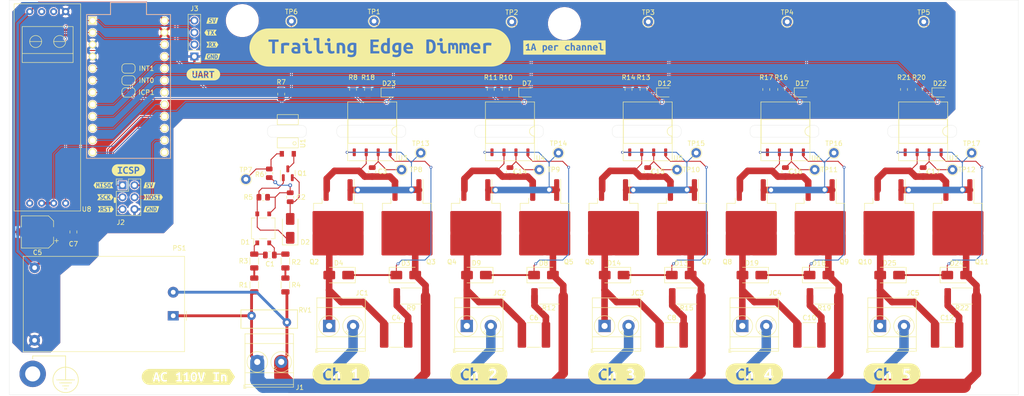
<source format=kicad_pcb>
(kicad_pcb (version 20221018) (generator pcbnew)
  (title_block (title "Trailing Edge Dimmer") (date "2023-03-16") (rev "1") (company "Tercio Gaudencio Filho"))
  (layers (0 "F.Cu" signal) (31 "B.Cu" signal) (34 "B.Paste" user) (35 "F.Paste" user) (36 "B.SilkS" user "B.Silkscreen") (37 "F.SilkS" user "F.Silkscreen") (38 "B.Mask" user) (39 "F.Mask" user) (44 "Edge.Cuts" user))
  (net 0 "")
  (net 1 "Net-(C1-Pad1)")
  (net 2 "Net-(C1-Pad2)")
  (net 3 "Net-(D1-+)")
  (net 4 "Net-(D2-A)")
  (net 5 "Net-(U3-C)")
  (net 6 "/Sheetname: Dimmer Channel 1/Virtual GND")
  (net 7 "/Sheetname: Dimmer Channel 1/LOAD")
  (net 8 "Net-(C4-Pad2)")
  (net 9 "Net-(U4-C)")
  (net 10 "/Sheetname: Dimmer Channel 2/Virtual GND")
  (net 11 "/Sheetname: Dimmer Channel 2/LOAD")
  (net 12 "Net-(C6-Pad2)")
  (net 13 "Net-(U5-C)")
  (net 14 "/Sheetname: Dimmer Channel 3/Virtual GND")
  (net 15 "/Sheetname: Dimmer Channel 3/LOAD")
  (net 16 "Net-(C8-Pad2)")
  (net 17 "Net-(U6-C)")
  (net 18 "/Sheetname: Dimmer Channel 4/Virtual GND")
  (net 19 "/Sheetname: Dimmer Channel 4/LOAD")
  (net 20 "Net-(C10-Pad2)")
  (net 21 "Net-(U7-C)")
  (net 22 "/Sheetname: Dimmer Channel 5/Virtual GND")
  (net 23 "/Sheetname: Dimmer Channel 5/LOAD")
  (net 24 "Net-(C12-Pad2)")
  (net 25 "Net-(D1--)")
  (net 26 "Net-(D3-K)")
  (net 27 "Net-(D7-K)")
  (net 28 "TRG_2")
  (net 29 "Net-(D8-K)")
  (net 30 "Net-(D12-K)")
  (net 31 "TRG_3")
  (net 32 "Net-(D13-K)")
  (net 33 "Net-(D17-K)")
  (net 34 "TRG_4")
  (net 35 "Net-(D18-K)")
  (net 36 "Net-(D22-K)")
  (net 37 "TRG_5")
  (net 38 "Net-(D23-K)")
  (net 39 "TRG_1")
  (net 40 "Net-(D24-K)")
  (net 41 "MISO")
  (net 42 "SCK")
  (net 43 "MOSI")
  (net 44 "{slash}RST")
  (net 45 "GND")
  (net 46 "RX")
  (net 47 "TX")
  (net 48 "/AC_N")
  (net 49 "ZC")
  (net 50 "Net-(Q1-C)")
  (net 51 "Net-(Q2-G)")
  (net 52 "Net-(Q4-G)")
  (net 53 "Net-(Q6-G)")
  (net 54 "Net-(Q8-G)")
  (net 55 "Net-(Q10-G)")
  (net 56 "Net-(R1-Pad2)")
  (net 57 "Net-(R6-Pad2)")
  (net 58 "Net-(U3-LED-)")
  (net 59 "Net-(U4-LED-)")
  (net 60 "Net-(U5-LED-)")
  (net 61 "Net-(U6-LED-)")
  (net 62 "Net-(U7-LED-)")
  (net 73 "Net-(R2-Pad2)")
  (net 74 "/AC_L")
  (net 75 "+5V")
  (net 76 "SCL")
  (net 77 "SDA")
  (net 79 "ME")
  (net 83 "Net-(JP3-B)")
  (net 84 "Earth_Protective")
  (footprint "kibuzzard-64136DE0" (layer "F.Cu") (at 196.215 137.795)
    (fp_text reference "kibuzzard-64136DE0" hide)
    (fp_text value "G***" hide)
  )
  (footprint "Jumper:SolderJumper-2_P1.3mm_Open_RoundedPad1.0x1.5mm" (layer "F.Cu") (at 63.5 73.025 180)
    (fp_text reference "JP1" hide)
    (fp_text value "INT1")
  )
  (footprint "Resistor_SMD:R_0805_2012Metric" (layer "F.Cu") (at 140.335 77.47 -90)
    (fp_text reference "R11")
    (fp_text value "470R")
  )
  (footprint "Diode_SMD:D_SMA" (layer "F.Cu") (at 180.721 116.84)
    (fp_text reference "D13")
    (fp_text value "1N4007")
  )
  (footprint "Package_TO_SOT_SMD:TO-263-2" (layer "F.Cu") (at 180.975 106.45 -90)
    (fp_text reference "Q7")
    (fp_text value "NCE70T360D")
  )
  (footprint "Diode_SMD:D_SMA" (layer "F.Cu") (at 166.497 116.84 180)
    (fp_text reference "D14")
    (fp_text value "1N4007")
  )
  (footprint "Resistor_SMD:R_0805_2012Metric" (layer "F.Cu") (at 111.125 77.47 -90)
    (fp_text reference "R8")
    (fp_text value "470R")
  )
  (footprint "Connector_PinHeader_2.54mm:PinHeader_2x03_P2.54mm_Vertical" (layer "F.Cu") (at 62.23 97.79)
    (fp_text reference "J2")
    (fp_text value "AVR-ISP-6")
  )
  (footprint "Jumper:SolderJumper-2_P1.3mm_Open_RoundedPad1.0x1.5mm" (layer "F.Cu") (at 63.5 75.565 180)
    (fp_text reference "JP2" hide)
    (fp_text value "INT0")
  )
  (footprint "TestPoint:TestPoint_THTPad_D2.0mm_Drill1.0mm" (layer "F.Cu") (at 125.476 90.932)
    (fp_text reference "TP13")
    (fp_text value "TestPoint")
  )
  (footprint "kibuzzard-6410DCD5" (layer "F.Cu") (at 67.945 97.79)
    (fp_text reference "kibuzzard-6410DCD5" hide)
    (fp_text value "G***" hide)
  )
  (footprint "Diode_SMD:D_SMA" (layer "F.Cu") (at 209.931 116.84)
    (fp_text reference "D18")
    (fp_text value "1N4007")
  )
  (footprint "Package_TO_SOT_SMD:TO-263-2" (layer "F.Cu") (at 239.395 106.45 -90)
    (fp_text reference "Q11")
    (fp_text value "NCE70T360D")
  )
  (footprint "0x3333:DIP-8_W8.89mm_SMDSocket_SmallPads" (layer "F.Cu") (at 173.609 86.36 -90)
    (fp_text reference "U5")
    (fp_text value "CPC1596")
  )
  (footprint "kibuzzard-641373F0" (layer "F.Cu") (at 116.84 68.58)
    (fp_text reference "kibuzzard-641373F0" hide)
    (fp_text value "G***" hide)
  )
  (footprint "TestPoint:TestPoint_THTPad_D2.0mm_Drill1.0mm" (layer "F.Cu") (at 173.736 63.119)
    (fp_text reference "TP3")
    (fp_text value "TestPoint")
  )
  (footprint "Resistor_SMD:R_1206_3216Metric" (layer "F.Cu") (at 96.774 118.9375 90)
    (fp_text reference "R2")
    (fp_text value "110K")
  )
  (footprint "Resistor_SMD:R_0805_2012Metric" (layer "F.Cu") (at 231.14 77.47 -90)
    (fp_text reference "R20")
    (fp_text value "390R")
  )
  (footprint "TestPoint:TestPoint_THTPad_D2.0mm_Drill1.0mm" (layer "F.Cu") (at 183.896 90.932)
    (fp_text reference "TP15")
    (fp_text value "TestPoint")
  )
  (footprint "Resistor_SMD:R_2512_6332Metric_Pad1.40x3.35mm_HandSolder" (layer "F.Cu") (at 152.654 121.285)
    (fp_text reference "R12")
    (fp_text value "220R 1W")
  )
  (footprint "Capacitor_SMD:C_0805_2012Metric" (layer "F.Cu") (at 93.472 112.5875)
    (fp_text reference "C1")
    (fp_text value "1nF/250V")
  )
  (footprint "Resistor_SMD:R_0805_2012Metric" (layer "F.Cu") (at 201.93 77.47 -90)
    (fp_text reference "R16")
    (fp_text value "390R")
  )
  (footprint "Diode_SMD:D_SMA" (layer "F.Cu") (at 97.79 106.934 90)
    (fp_text reference "D2")
    (fp_text value "1N4007")
  )
  (footprint "Diode_SMD:D_SMA" (layer "F.Cu") (at 195.707 116.84 180)
    (fp_text reference "D19")
    (fp_text value "1N4007")
  )
  (footprint "kibuzzard-64136DB8" (layer "F.Cu") (at 137.795 137.795)
    (fp_text reference "kibuzzard-64136DB8" hide)
    (fp_text value "G***" hide)
  )
  (footprint "kibuzzard-6410DCCB" (layer "F.Cu") (at 58.171 97.79)
    (fp_text reference "kibuzzard-6410DCCB" hide)
    (fp_text value "G***" hide)
  )
  (footprint "Capacitor_SMD:C_0805_2012Metric" (layer "F.Cu") (at 51.816 107.696 -90)
    (fp_text reference "C7")
    (fp_text value "100nF")
  )
  (footprint "LED_SMD:LED_0805_2012Metric" (layer "F.Cu") (at 235.585 78.105)
    (fp_text reference "D22")
    (fp_text value "LED")
  )
  (footprint "MountingHole:MountingHole_3.2mm_M3_DIN965_Pad" (layer "F.Cu") (at 43.18 137.795)
    (fp_text reference "H2" hide)
    (fp_text value "MountingHole_Pad")
  )
  (footprint "Resistor_SMD:R_2512_6332Metric_Pad1.40x3.35mm_HandSolder" (layer "F.Cu") (at 211.074 121.285)
    (fp_text reference "R19")
    (fp_text value "220R 1W")
  )
  (footprint "kibuzzard-6410D85E" (layer "F.Cu") (at 81.28 62.885)
    (fp_text reference "kibuzzard-6410D85E" hide)
    (fp_text value "G***" hide)
  )
  (footprint "0x3333:RS485_MODULE" (layer "F.Cu") (at 46.355 81.28 -90)
    (fp_text reference "U8")
    (fp_text value "RS485_MODULE")
  )
  (footprint "Diode_SMD:D_SMA" (layer "F.Cu") (at 137.287 116.84 180)
    (fp_text reference "D9")
    (fp_text value "1N4007")
  )
  (footprint "Capacitor_SMD:C_0805_2012Metric" (layer "F.Cu") (at 97.79 100.33 -90)
    (fp_text reference "C2")
    (fp_text value "10uF/16V")
  )
  (footprint "0x3333:WLSOP-4" (layer "F.Cu") (at 97.282 86.36 90)
    (fp_text reference "U1")
    (fp_text value "VOL617A")
  )
  (footprint "0x3333:ProMicro" (layer "F.Cu") (at 63.5 76.835 -90)
    (fp_text reference "U2" hide)
    (fp_text value "ProMicro")
  )
  (footprint "TestPoint:TestPoint_THTPad_D2.0mm_Drill1.0mm" (layer "F.Cu") (at 179.832 94.488)
    (fp_text reference "TP10")
    (fp_text value "TestPoint")
  )
  (footprint "Package_TO_SOT_SMD:SOT-23" (layer "F.Cu") (at 97.282 95.25 90)
    (fp_text reference "Q1")
    (fp_text value "MMBT2222ALT1G")
  )
  (footprint "Resistor_SMD:R_2512_6332Metric_Pad1.40x3.35mm_HandSolder" (layer "F.Cu") (at 123.444 121.285)
    (fp_text reference "R9")
    (fp_text value "220R 1W")
  )
  (footprint "Capacitor_SMD:C_2220_5650Metric" (layer "F.Cu") (at 120.269 129.54)
    (fp_text reference "C4")
    (fp_text value "22nF X2")
  )
  (footprint "Capacitor_SMD:C_0805_2012Metric" (layer "F.Cu") (at 173.609 94.996 -90)
    (fp_text reference "C15")
    (fp_text value "100nF")
  )
  (footprint "Capacitor_SMD:C_0805_2012Metric" (layer "F.Cu") (at 232.029 94.996 -90)
    (fp_text reference "C17")
    (fp_text value "100nF")
  )
  (footprint "TestPoint:TestPoint_THTPad_D2.0mm_Drill1.0mm" (layer "F.Cu") (at 121.412 94.488)
    (fp_text reference "TP8")
    (fp_text value "TestPoint")
  )
  (footprint "Connector_PinHeader_2.54mm:PinHeader_1x04_P2.54mm_Vertical" (layer "F.Cu") (at 77.47 70.485 180)
    (fp_text reference "J3")
    (fp_text value "UART Debug")
  )
  (footprint "TerminalBlock_Phoenix:TerminalBlock_Phoenix_MKDS-3-2-5.08_1x02_P5.08mm_Horizontal" (layer "F.Cu") (at 106.045 127.635)
    (fp_text reference "JC1")
    (fp_text value "Screw_Terminal_01x02")
  )
  (footprint "0x3333:DIP-8_W8.89mm_SMDSocket_SmallPads" (layer "F.Cu") (at 232.029 86.36 -90)
    (fp_text reference "U7")
    (fp_text value "CPC1596")
  )
  (footprint "Resistor_SMD:R_1206_3216Metric" (layer "F.Cu") (at 90.17 113.8575 90)
    (fp_text reference "R3")
    (fp_text value "110K")
  )
  (footprint "kibuzzard-6410D834" (layer "F.Cu") (at 80.899 65.425)
    (fp_text reference "kibuzzard-6410D834" hide)
    (fp_text value "G***" hide)
  )
  (footprint "Resistor_SMD:R_0805_2012Metric" (layer "F.Cu") (at 227.965 77.47 -90)
    (fp_text reference "R21")
    (fp_text value "470R")
  )
  (footprint "0x3333:DIP-8_W8.89mm_SMDSocket_SmallPads" (layer "F.Cu") (at 144.399 86.36 -90)
    (fp_text reference "U4")
    (fp_text value "CPC1596")
  )
  (footprint "Package_TO_SOT_SMD:TO-263-2" (layer "F.Cu") (at 122.555 106.45 -90)
    (fp_text reference "Q3")
    (fp_text value "NCE70T360D")
  )
  (footprint "LED_SMD:LED_0805_2012Metric" (layer "F.Cu") (at 177.165 78.105)
    (fp_text reference "D12")
    (fp_text value "LED")
  )
  (footprint "kibuzzard-64132D7E" (layer "F.Cu") (at 63.505 94.6)
    (fp_text reference "kibuzzard-64132D7E" hide)
    (fp_text value "G***" hide)
  )
  (footprint "Diode_SMD:D_SMA" (layer "F.Cu") (at 224.917 116.84 180)
    (fp_text reference "D25")
    (fp_text value "1N4007")
  )
  (footprint "MountingHole:MountingHole_3.2mm_M3_DIN965" (layer "F.Cu") (at 87.63 62.865)
    (fp_text reference "H1" hide)
    (fp_text value "MountingHole")
  )
  (footprint "Resistor_SMD:R_0805_2012Metric" (layer "F.Cu") (at 95.885 78.4625 90)
    (fp_text reference "R7")
    (fp_text value "10K")
  )
  (footprint "TestPoint:TestPoint_THTPad_D2.0mm_Drill1.0mm" (layer "F.Cu") (at 213.106 90.932)
    (fp_text reference "TP16")
    (fp_text value "TestPoint")
  )
  (footprint "TestPoint:TestPoint_THTPad_D2.0mm_Drill1.0mm" (layer "F.Cu") (at 209.042 94.488)
    (fp_text reference "TP11")
    (fp_text value "TestPoint")
  )
  (footprint "Resistor_SMD:R_1206_3216Metric" (layer "F.Cu") (at 96.774 113.8575 90)
    (fp_text reference "R4")
    (fp_text value "110K")
  )
  (footprint "Resistor_SMD:R_0805_2012Metric" (layer "F.Cu") (at 172.72 77.47 -90)
    (fp_text reference "R13")
    (fp_text value "390R")
  )
  (footprint "TestPoint:TestPoint_THTPad_D2.0mm_Drill1.0mm" (layer "F.Cu") (at 150.622 94.488)
    (fp_text reference "TP9")
    (fp_text value "TestPoint")
  )
  (footprint "Diode_SMD:D_SMA" (layer "F.Cu") (at 108.077 116.84 180)
    (fp_text reference "D4")
    (fp_text value "1N4007")
  )
  (footprint "Capacitor_SMD:C_0805_2012Metric" (layer "F.Cu") (at 144.399 94.996 -90)
    (fp_text reference "C14")
    (fp_text value "100nF")
  )
  (footprint "TerminalBlock_Phoenix:TerminalBlock_Phoenix_MKDS-3-2-5.08_1x02_P5.08mm_Horizontal" (layer "F.Cu") (at 164.465 127.635)
    (fp_text reference "JC3")
    (fp_text value "Screw_Terminal_01x02")
  )
  (footprint "kibuzzard-6410D800" (layer "F.Cu") (at 81.28 67.965)
    (fp_text reference "kibuzzard-6410D800" hide)
    (fp_text value "G***" hide)
  )
  (footprint "kibuzzard-6410DD03" (layer "F.Cu") (at 68.326 102.87)
    (fp_text reference "kibuzzard-6410DD03" hide)
    (fp_text value "G***" hide)
  )
  (footprint "LED_SMD:LED_0805_2012Metric" (layer "F.Cu") (at 118.745 78.105)
    (fp_text reference "D23")
    (fp_text value "LED")
  )
  (footprint "Diode_SMD:D_SMA" (layer "F.Cu") (at 239.141 116.84)
    (fp_text reference "D24")
    (fp_text value "1N4007")
  )
  (footprint "kibuzzard-64132D73" (layer "F.Cu") (at 79.375 74.295)
    (fp_text reference "kibuzzard-64132D73" hide)
    (fp_text value "G***" hide)
  )
  (footprint "Capacitor_SMD:C_2220_5650Metric" (layer "F.Cu") (at 207.899 129.54)
    (fp_text reference "C10")
    (fp_text value "22nF X2")
  )
  (footprint "TestPoint:TestPoint_THTPad_D2.0mm_Drill1.0mm" (layer "F.Cu") (at 115.57 62.992)
    (fp_text reference "TP1")
    (fp_text value "TestPoint")
  )
  (footprint "TestPoint:TestPoint_THTPad_D2.0mm_Drill1.0mm" (layer "F.Cu") (at 88.392 96.52)
    (fp_text reference "TP7")
    (fp_text value "TestPointZC")
  )
  (footprint "TestPoint:TestPoint_THTPad_D2.0mm_Drill1.0mm" (layer "F.Cu") (at 232.156 63.119)
    (fp_text reference "TP5")
    (fp_text value "TestPoint")
  )
  (footprint "Capacitor_SMD:C_2220_5650Metric" (layer "F.Cu") (at 178.689 129.54)
    (fp_text reference "C8")
    (fp_text value "22nF X2")
  )
  (footprint "TestPoint:TestPoint_THTPad_D2.0mm_Drill1.0mm" (layer "F.Cu") (at 144.78 63.119)
    (fp_text reference "TP2")
    (fp_text value "TestPoint")
  )
  (footprint "Varistor:RV_Disc_D12mm_W3.9mm_P7.5mm" (layer "F.Cu") (at 89.595 125.476)
    (fp_text reference "RV1")
    (fp_text value "RM10D201KD1IE100")
  )
  (footprint "Resistor_SMD:R_1206_3216Metric" (layer "F.Cu") (at 90.17 118.9375 90)
    (fp_text reference "R1")
    (fp_text value "110K")
  )
  (footprint "TerminalBlock_Phoenix:TerminalBlock_Phoenix_MKDS-3-2-5.08_1x02_P5.08mm_Horizontal" (layer "F.Cu") (at 135.255 127.635)
    (fp_text reference "JC2")
    (fp_text value "Screw_Terminal_01x02")
  )
  (footprint "0x3333:DIP-8_W8.89mm_SMDSocket_SmallPads" (layer "F.Cu") (at 202.819 86.36 -90)
    (fp_text reference "U6")
    (fp_text value "CPC1596")
  )
  (footprint "Package_TO_SOT_SMD:TO-263-2" (layer "F.Cu") (at 107.95 106.45 -90)
    (fp_text reference "Q2")
    (fp_text value "NCE70T360D")
  )
  (footprint "kibuzzard-64133859" (layer "F.Cu") (at 76.2 138.43)
    (fp_text reference "kibuzzard-64133859" hide)
    (fp_text value "G***" hide)
  )
  (footprint "Capacitor_SMD:C_2220_5650Metric" (layer "F.Cu") (at 149.479 129.54)
    (fp_text reference "C6")
    (fp_text value "22nF X2")
  )
  (footprint "MountingHole:MountingHole_3.2mm_M3_DIN965" (layer "F.Cu") (at 248.285 63.5)
    (fp_text reference "H5" hide)
    (fp_text value "MountingHole")
  )
  (footprint "Capacitor_SMD:C_0805_2012Metric" (layer "F.Cu") (at 202.819 94.996 -90)
    (fp_text reference "C16")
    (fp_text value "100nF")
  )
  (footprint "Resistor_SMD:R_2512_6332Metric_Pad1.40x3.35mm_HandSolder" (layer "F.Cu") (at 240.284 121.285)
    (fp_text reference "R22")
    (fp_text value "220R 1W")
  )
  (footprint "MountingHole:MountingHole_3.2mm_M3_DIN965" (layer "F.Cu") (at 147.32 135.89)
    (fp_text reference "H4" hide)
    (fp_text value "MountingHole")
  )
  (footprint "Package_TO_SOT_SMD:TO-263-2" (layer "F.Cu") (at 210.185 106.45 -90)
    (fp_text reference "Q9")
    (fp_text value "NCE70T360D")
  )
  (footprint "Resistor_SMD:R_0805_2012Metric" (layer "F.Cu") (at 169.545 77.47 -90)
    (fp_text reference "R14")
    (fp_text value "470R")
  )
  (footprint "Resistor_SMD:R_0805_2012Metric" (layer "F.Cu") (at 114.3 77.47 -90)
    (fp_text reference "R18")
    (fp_text value "390R")
  )
  (footprint "Resistor_SMD:R_0805_2012Metric" (layer "F.Cu") (at 143.51 77.47 -90)
    (fp_text reference "R10")
    (fp_text value "390R")
  )
  (footprint "MountingHole:MountingHole_3.2mm_M3_DIN965" (layer "F.Cu") (at 81.28 93.345)
    (fp_text reference "H7" hide)
    (fp_text value "MountingHole")
  )
  (footprint "TestPoint:TestPoint_THTPad_D2.0mm_Drill1.0mm" (layer "F.Cu") (at 98.044 62.992)
    (fp_text reference "TP6")
    (fp_text value "TestPointZC")
  )
  (footprint "TestPoint:TestPoint_THTPad_D2.0mm_Drill1.0mm" (layer "F.Cu") (at 238.252 94.488)
    (fp_text reference "TP12")
    (fp_text value "TestPoint")
  )
  (footprint "MountingHole:MountingHole_3.2mm_M3_DIN965" (layer "F.Cu") (at 155.956 63.5)
    (fp_text reference "H3" hide)
    (fp_text value "MountingHole")
  )
  (footprint "Capacitor_SMD:C_2220_5650Metric" (layer "F.Cu") (at 237.109 129.54)
    (fp_text reference "C12")
    (fp_text value "22nF X2")
  )
  (footprint "TerminalBlock_Phoenix:TerminalBlock_Phoenix_MKDS-3-2-5.08_1x02_P5.08mm_Horizontal" (layer "F.Cu") (at 90.805 135.255)
    (fp_text reference "J1")
    (fp_text value "Screw_Terminal_01x02")
  )
  (footprint "kibuzzard-64137421" (layer "F.Cu") (at 155.956 68.58)
    (fp_text reference "kibuzzard-64137421" hide)
    (fp_text value "G***" hide)
  )
  (footprint "Package_TO_SOT_SMD:TO-263-2" (layer "F.Cu") (at 137.16 106.45 -90)
    (fp_text reference "Q4")
    (fp_text value "NCE70T360D")
  )
  (footprint "Jumper:SolderJumper-2_P1.3mm_Bridged2Bar_RoundedPad1.0x1.5mm" (layer "F.Cu") (at 63.5 78.105 180)
    (fp_text reference "JP3" hide)
    (fp_text value "ICP1")
  )
  (footprint "Resistor_SMD:R_0805_2012Metric" (layer "F.Cu") (at 92.075 100.33)
    (fp_text reference "R5")
    (fp_text value "47K")
  )
  (footprint "Package_TO_SOT_SMD:TO-263-2" (layer "F.Cu") (at 195.58 106.45 -90)
    (fp_text reference "Q8")
    (fp_text value "NCE70T360D")
  )
  (footprint "Converter_ACDC:Converter_ACDC_HiLink_HLK-PMxx" (layer "F.Cu") (at 72.9825 125.476 180)
    (fp_text reference "PS1")
    (fp_text value "HLK-PM01")
  )
  (footprint "kibuzzard-6410DCE2" (layer "F.Cu") (at 68.712 100.33)
    (fp_text reference "kibuzzard-6410DCE2" hide)
    (fp_text value "G***" hide)
  )
  (footprint "TestPoint:TestPoint_THTPad_D2.0mm_Drill1.0mm" (layer "F.Cu") (at 242.316 90.932)
    (fp_text reference "TP17")
    (fp_text value "TestPoint")
  )
  (footprint "TestPoint:TestPoint_THTPad_D2.0mm_Drill1.0mm" (layer "F.Cu") (at 154.686 90.932)
    (fp_text reference "TP14")
    (fp_text value "TestPoint")
  )
  (footprint "Resistor_SMD:R_0805_2012Metric" (layer "F.Cu") (at 198.755 77.47 -90)
    (fp_text reference "R17")
    (fp_text value "470R")
  )
  (footprint "Diode_SMD:D_SMA" (layer "F.Cu") (at 122.301 116.84)
    (fp_text reference "D3")
    (fp_text value "1N4007")
  )
  (footprint "TerminalBlock_Phoenix:TerminalBlock_Phoenix_MKDS-3-2-5.08_1x02_P5.08mm_Horizontal" (layer "F.Cu") (at 222.885 127.635)
    (fp_text reference "JC5")
    (fp_text value "Screw_Terminal_01x02")
  )
  (footprint "Diode_SMD:D_SMA" (layer "F.Cu") (at 151.511 116.84)
    (fp_text reference "D8")
    (fp_text value "1N4007")
  )
  (footprint "LED_SMD:LED_0805_2012Metric" (layer "F.Cu") (at 206.375 78.105)
    (fp_text reference "D17")
    (fp_text value "LED")
  )
  (footprint "kibuzzard-64136D9F" (layer "F.Cu") (at 108.585 137.795)
    (fp_text reference "kibuzzard-64136D9F" hide)
    (fp_text value "G***" hide)
  )
  (footprint "Package_TO_SOT_SMD:TO-263-2" (layer "F.Cu") (at 224.79 106.45 -90)
    (fp_text reference "Q10")
    (fp_text value "NCE70T360D")
  )
  (footprint "LED_SMD:LED_0805_2012Metric" (layer "F.Cu") (at 147.955 78.105)
    (fp_text reference "D7")
    (fp_text value "LED")
  )
  (footprint "Capacitor_SMD:C_0805_2012Metric" (layer "F.Cu") (at 115.189 94.996 -90)
    (fp_text reference "C3")
    (fp_text value "100nF")
  )
  (footprint "kibuzzard-6410DCF5" (layer "F.Cu") (at 58.679 102.87)
    (fp_text reference "kibuzzard-6410DCF5" hide)
    (fp_text value "G***" hide)
  )
  (footprint "0x3333:DIP-8_W8.89mm_SMDSocket_SmallPads" (layer "F.Cu") (at 115.189 86.36 -90)
    (fp_text reference "U3")
    (fp_text value "CPC1596")
  )
  (footprint "Resistor_SMD:R_2512_6332Metric_Pad1.40x3.35mm_HandSolder" (layer "F.Cu") (at 181.864 121.285)
    (fp_text reference "R15")
    (fp_text value "220R 1W")
  )
  (footprint "TerminalBlock_Phoenix:TerminalBlock_Phoenix_MKDS-3-2-5.08_1x02_P5.08mm_Horizontal" (layer "F.Cu") (at 193.675 127.635)
    (fp_text reference "JC4")
    (fp_text value "Screw_Terminal_01x02")
  )
  (footprint "Package_TO_SOT_SMD:TO-263-2" (layer "F.Cu") (at 166.37 106.45 -90)
    (fp_text reference "Q6")
    (fp_text value "NCE70T360D")
  )
  (footprint "kibuzzard-6410DCDD" (layer "F.Cu") (at 58.552 100.33)
    (fp_text reference "kibuzzard-6410DCDD" hide)
    (fp_text value "G***" hide)
  )
  (footprint "TestPoint:TestPoint_THTPad_D2.0mm_Drill1.0mm" (layer "F.Cu") (at 203.2 63.119)
    (fp_text reference "TP4")
    (fp_text value "TestPoint")
  )
  (footprint "MountingHole:MountingHole_3.2mm_M3_DIN965" (layer "F.Cu") (at 248.285 137.795)
    (fp_text reference "H6" hide)
    (fp_text value "MountingHole")
  )
  (footprint "Package_TO_SOT_SMD:TO-263-2" (layer "F.Cu") (at 151.765 106.45 -90)
    (fp_text reference "Q5")
    (fp_text value "NCE70T360D")
  )
  (footprint "Capacitor_SMD:CP_Elec_6.3x5.4" (layer "F.Cu") (at 44.196 107.696 180)
    (fp_text reference "C5")
    (fp_text value "47uF")
  )
  (footprint "kibuzzard-6410D86B" (layer "F.Cu") (at 81.28 70.505)
    (fp_text reference "kibuzzard-6410D86B" hide)
    (fp_text value "G***" hide)
  )
  (footprint "kibuzzard-64136DD3" (layer "F.Cu") (at 167.005 137.795)
    (fp_text reference "kibuzzard-64136DD3" hide)
    (fp_text value "G***" hide)
  )
  (footprint "Resistor_SMD:R_0805_2012Metric" (layer "F.Cu") (at 93.345 95.25 90)
    (fp_text reference "R6")
    (fp_text value "1K")
  )
  (footprint "kibuzzard-64136DEA" (layer "F.Cu") (at 225.425 137.795)
    (fp_text reference "kibuzzard-64136DEA" hide)
    (fp_text value "G***" hide)
  )
  (footprint "Package_TO_SOT_SMD:TO-269AA" (layer "F.Cu") (at 92.075 106.934 90)
    (fp_text reference "D1")
    (fp_text value "MB6S")
  )
  (gr_line (start 49.911 140.97) (end 50.419 140.97) (stroke (width 0.1524)) (layer "F.SilkS"))
  (gr_line (start 48.895 139.7) (end 51.435 139.7) (stroke (width 0.1524)) (layer "F.SilkS"))
  (gr_line (start 50.165 136.370924) (end 50.165 139.065) (stroke (width 0.1524)) (layer "F.SilkS"))
  (gr_line (start 48.26 139.065) (end 52.07 139.065) (stroke (width 0.1524)) (layer "F.SilkS"))
  (gr_line (start 50.165 133.985) (end 43.18 133.985) (stroke (width 0.1524)) (layer "F.SilkS"))
  (gr_line (start 49.53 140.335) (end 50.8 140.335) (stroke (width 0.1524)) (layer "F.SilkS"))
  (gr_line (start 50.165 136.370924) (end 50.165 133.985) (stroke (width 0.1524)) (layer "F.SilkS"))
  (gr_rect (start 60.457 100.442) (end 60.7364 101.458) (stroke (width 0.15)) (fill solid) (layer "F.SilkS"))
  (gr_line (start 43.18 133.985) (end 43.18 134.62) (stroke (width 0.1524)) (layer "F.SilkS"))
  (gr_circle (center 50.165 139.065) (end 52.07 140.97) (stroke (width 0.1524)) (fill none) (layer "F.SilkS"))
  (gr_line (start 122.285 86.09) (end 122.285 86.63) (stroke (width 0.0381)) (layer "Edge.Cuts"))
  (gr_line (start 151.495 86.09) (end 151.495 86.63) (stroke (width 0.0381)) (layer "Edge.Cuts"))
  (gr_line (start 180.705 86.09) (end 180.705 86.63) (stroke (width 0.0381)) (layer "Edge.Cuts"))
  (gr_line (start 209.915 86.09) (end 209.915 86.63) (stroke (width 0.0381)) (layer "Edge.Cuts"))
  (gr_line (start 239.125 86.09) (end 239.125 86.63) (stroke (width 0.0381)) (layer "Edge.Cuts"))
  (gr_arc (start 121.285 85.09) (mid 121.992107 85.382893) (end 122.285 86.09) (stroke (width 0.0381)) (layer "Edge.Cuts"))
  (gr_arc (start 150.495 85.09) (mid 151.202107 85.382893) (end 151.495 86.09) (stroke (width 0.0381)) (layer "Edge.Cuts"))
  (gr_arc (start 179.705 85.09) (mid 180.412107 85.382893) (end 180.705 86.09) (stroke (width 0.0381)) (layer "Edge.Cuts"))
  (gr_arc (start 208.915 85.09) (mid 209.622107 85.382893) (end 209.915 86.09) (stroke (width 0.0381)) (layer "Edge.Cuts"))
  (gr_arc (start 238.125 85.09) (mid 238.832107 85.382893) (end 239.125 86.09) (stroke (width 0.0381)) (layer "Edge.Cuts"))
  (gr_arc (start 92.98 86.09) (mid 93.272893 85.382893) (end 93.98 85.09) (stroke (width 0.0381)) (layer "Edge.Cuts"))
  (gr_arc (start 93.98 87.63) (mid 93.272893 87.337107) (end 92.98 86.63) (stroke (width 0.0381)) (layer "Edge.Cuts"))
  (gr_arc (start 101.235 86.63) (mid 100.942107 87.337107) (end 100.235 87.63) (stroke (width 0.0381)) (layer "Edge.Cuts"))
  (gr_arc (start 107.68 86.09) (mid 107.972893 85.382893) (end 108.68 85.09) (stroke (width 0.0381)) (layer "Edge.Cuts"))
  (gr_arc (start 136.89 86.09) (mid 137.182893 85.382893) (end 137.89 85.09) (stroke (width 0.0381)) (layer "Edge.Cuts"))
  (gr_arc (start 166.1 86.09) (mid 166.392893 85.382893) (end 167.1 85.09) (stroke (width 0.0381)) (layer "Edge.Cuts"))
  (gr_arc (start 195.31 86.09) (mid 195.602893 85.382893) (end 196.31 85.09) (stroke (width 0.0381)) (layer "Edge.Cuts"))
  (gr_arc (start 224.52 86.09) (mid 224.812893 85.382893) (end 225.52 85.09) (stroke (width 0.0381)) (layer "Edge.Cuts"))
  (gr_arc (start 100.235 85.09) (mid 100.942107 85.382893) (end 101.235 86.09) (stroke (width 0.0381)) (layer "Edge.Cuts"))
  (gr_rect (start 38.227 58.5216) (end 252.222 142.24) (stroke (width 0.0381)) (fill none) (layer "Edge.Cuts"))
  (gr_line (start 107.68 86.63) (end 107.68 86.09) (stroke (width 0.0381)) (layer "Edge.Cuts"))
  (gr_line (start 136.89 86.63) (end 136.89 86.09) (stroke (width 0.0381)) (layer "Edge.Cuts"))
  (gr_line (start 166.1 86.63) (end 166.1 86.09) (stroke (width 0.0381)) (layer "Edge.Cuts"))
  (gr_line (start 195.31 86.63) (end 195.31 86.09) (stroke (width 0.0381)) (layer "Edge.Cuts"))
  (gr_line (start 224.52 86.63) (end 224.52 86.09) (stroke (width 0.0381)) (layer "Edge.Cuts"))
  (gr_line (start 100.235 87.63) (end 93.98 87.63) (stroke (width 0.0381)) (layer "Edge.Cuts"))
  (gr_line (start 101.235 86.09) (end 101.235 86.63) (stroke (width 0.0381)) (layer "Edge.Cuts"))
  (gr_line (start 121.285 87.63) (end 108.68 87.63) (stroke (width 0.0381)) (layer "Edge.Cuts"))
  (gr_line (start 150.495 87.63) (end 137.89 87.63) (stroke (width 0.0381)) (layer "Edge.Cuts"))
  (gr_line (start 179.705 87.63) (end 167.1 87.63) (stroke (width 0.0381)) (layer "Edge.Cuts"))
  (gr_line (start 208.915 87.63) (end 196.31 87.63) (stroke (width 0.0381)) (layer "Edge.Cuts"))
  (gr_line (start 238.125 87.63) (end 225.52 87.63) (stroke (width 0.0381)) (layer "Edge.Cuts"))
  (gr_arc (start 108.68 87.63) (mid 107.972893 87.337107) (end 107.68 86.63) (stroke (width 0.0381)) (layer "Edge.Cuts"))
  (gr_arc (start 137.89 87.63) (mid 137.182893 87.337107) (end 136.89 86.63) (stroke (width 0.0381)) (layer "Edge.Cuts"))
  (gr_arc (start 167.1 87.63) (mid 166.392893 87.337107) (end 166.1 86.63) (stroke (width 0.0381)) (layer "Edge.Cuts"))
  (gr_arc (start 196.31 87.63) (mid 195.602893 87.337107) (end 195.31 86.63) (stroke (width 0.0381)) (layer "Edge.Cuts"))
  (gr_arc (start 225.52 87.63) (mid 224.812893 87.337107) (end 224.52 86.63) (stroke (width 0.0381)) (layer "Edge.Cuts"))
  (gr_line (start 108.68 85.09) (end 121.285 85.09) (stroke (width 0.0381)) (layer "Edge.Cuts"))
  (gr_line (start 137.89 85.09) (end 150.495 85.09) (stroke (width 0.0381)) (layer "Edge.Cuts"))
  (gr_line (start 167.1 85.09) (end 179.705 85.09) (stroke (width 0.0381)) (layer "Edge.Cuts"))
  (gr_line (start 196.31 85.09) (end 208.915 85.09) (stroke (width 0.0381)) (layer "Edge.Cuts"))
  (gr_line (start 225.52 85.09) (end 238.125 85.09) (stroke (width 0.0381)) (layer "Edge.Cuts"))
  (gr_arc (start 122.285 86.63) (mid 121.992107 87.337107) (end 121.285 87.63) (stroke (width 0.0381)) (layer "Edge.Cuts"))
  (gr_arc (start 151.495 86.63) (mid 151.202107 87.337107) (end 150.495 87.63) (stroke (width 0.0381)) (layer "Edge.Cuts"))
  (gr_arc (start 180.705 86.63) (mid 180.412107 87.337107) (end 179.705 87.63) (stroke (width 0.0381)) (layer "Edge.Cuts"))
  (gr_arc (start 209.915 86.63) (mid 209.622107 87.337107) (end 208.915 87.63) (stroke (width 0.0381)) (layer "Edge.Cuts"))
  (gr_arc (start 239.125 86.63) (mid 238.832107 87.337107) (end 238.125 87.63) (stroke (width 0.0381)) (layer "Edge.Cuts"))
  (gr_line (start 92.98 86.63) (end 92.98 86.09) (stroke (width 0.0381)) (layer "Edge.Cuts"))
  (gr_line (start 93.98 85.09) (end 100.235 85.09) (stroke (width 0.0381)) (layer "Edge.Cuts"))
  (segment (start 92.3295 112.395) (end 92.522 112.5875) (width 0.2) (layer "F.Cu") (net 1))
  (segment (start 90.17 112.395) (end 92.3295 112.395) (width 0.2) (layer "F.Cu") (net 1))
  (segment (start 90.17 110.644) (end 90.805 110.009) (width 0.2) (layer "F.Cu") (net 1))
  (segment (start 90.17 112.395) (end 90.17 110.644) (width 0.2) (layer "F.Cu") (net 1))
  (segment (start 94.6145 112.395) (end 94.422 112.5875) (width 0.2) (layer "F.Cu") (net 2))
  (segment (start 94.422 111.086) (end 93.345 110.009) (width 0.2) (layer "F.Cu") (net 2))
  (segment (start 94.422 112.5875) (end 94.422 111.086) (width 0.2) (layer "F.Cu") (net 2))
  (segment (start 96.774 112.395) (end 94.6145 112.395) (width 0.2) (layer "F.Cu") (net 2))
  (segment (start 92.9875 100.33) (end 94.615 100.33) (width 0.2) (layer "F.Cu") (net 3))
  (segment (start 93.345 96.1625) (end 93.6225 96.1625) (width 0.2) (layer "F.Cu") (net 3))
  (segment (start 97.79 99.38) (end 95.565 99.38) (width 0.2) (layer "F.Cu") (net 3))
  (segment (start 94.615 102.589) (end 94.615 100.33) (width 0.2) (layer "F.Cu") (net 3))
  (segment (start 95.565 99.38) (end 94.615 100.33) (width 0.2) (layer "F.Cu") (net 3))
  (segment (start 97.79 97.79) (end 97.79 99.38) (width 0.2) (layer "F.Cu") (net 3))
  (segment (start 93.6225 96.1625) (end 94.615 97.155) (width 0.2) (layer "F.Cu") (net 3))
  (segment (start 93.345 103.859) (end 94.615 102.589) (width 0.2) (layer "F.Cu") (net 3))
  (via (at 94.615 97.155) (size 0.8) (drill 0.4) (layers "F.Cu" "B.Cu") (net 3))
  (via (at 97.79 97.79) (size 0.8) (drill 0.4) (layers "F.Cu" "B.Cu") (net 3))
  (segment (start 94.615 97.155) (end 95.25 97.79) (width 0.2) (layer "B.Cu") (net 3))
  (segment (start 95.25 97.79) (end 97.79 97.79) (width 0.2) (layer "B.Cu") (net 3))
  (segment (start 97.79 101.28) (end 97.79 104.934) (width 0.2) (layer "F.Cu") (net 4))
  (segment (start 98.232 96.1875) (end 98.7275 96.1875) (width 0.2) (layer "F.Cu") (net 4))
  (segment (start 98.745 101.28) (end 97.79 101.28) (width 0.2) (layer "F.Cu") (net 4))
  (segment (start 99.695 97.155) (end 99.695 100.33) (width 0.2) (layer "F.Cu") (net 4))
  (segment (start 99.695 100.33) (end 98.745 101.28) (width 0.2) (layer "F.Cu") (net 4))
  (segment (start 98.7275 96.1875) (end 99.695 97.155) (width 0.2) (layer "F.Cu") (net 4))
  (segment (start 121.412 94.488) (end 118.171 94.488) (width 0.2) (layer "F.Cu") (net 5))
  (segment (start 118.171 94.488) (end 116.459 92.776) (width 0.2) (layer "F.Cu") (net 5))
  (segment (start 116.459 92.776) (end 116.459 91.313) (width 0.2) (layer "F.Cu") (net 5))
  (segment (start 115.189 94.046) (end 116.459 92.776) (width 0.2) (layer "F.Cu") (net 5))
  (segment (start 118.933 95.946) (end 120.015 97.028) (width 1.4) (layer "F.Cu") (net 6))
  (segment (start 107.188 94.742) (end 105.537 96.393) (width 1.4) (layer "F.Cu") (net 6))
  (segment (start 115.189 95.946) (end 118.933 95.946) (width 1.4) (layer "F.Cu") (net 6))
  (segment (start 105.537 96.393) (end 105.537 98.8) (width 1.4) (layer "F.Cu") (net 6))
  (segment (start 120.015 97.028) (end 120.015 98.8) (width 1.4) (layer "F.Cu") (net 6))
  (segment (start 113.919 90.805) (end 113.919 93.218) (width 0.2) (layer "F.Cu") (net 6))
  (segment (start 112.395 94.742) (end 107.188 94.742) (width 1.4) (layer "F.Cu") (net 6))
  (segment (start 115.189 95.946) (end 113.599 95.946) (width 1.4) (layer "F.Cu") (net 6))
  (segment (start 113.599 95.946) (end 112.395 94.742) (width 1.4) (layer "F.Cu") (net 6))
  (segment (start 113.919 93.218) (end 112.395 94.742) (width 0.2) (layer "F.Cu") (net 6))
  (segment (start 113.284 122.555) (end 108.585 122.555) (width 1.4) (layer "F.Cu") (net 7))
  (segment (start 108.585 122.555) (end 106.045 120.015) (width 1.4) (layer "F.Cu") (net 7))
  (segment (start 106.077 109.823) (end 107.95 107.95) (width 1.4) (layer "F.Cu") (net 7))
  (segment (start 106.045 116.872) (end 106.077 116.84) (width 1.4) (layer "F.Cu") (net 7))
  (segment (start 106.045 127.635) (end 106.045 120.015) (width 1.4) (layer "F.Cu") (net 7))
  (segment (start 117.719 129.54) (end 117.719 126.99) (width 1.4) (layer "F.Cu") (net 7))
  (segment (start 106.077 116.84) (end 106.077 109.823) (width 1.4) (layer "F.Cu") (net 7))
  (segment (start 117.719 126.99) (end 113.284 122.555) (width 1.4) (layer "F.Cu") (net 7))
  (segment (start 106.045 120.015) (end 106.045 116.872) (width 1.4) (layer "F.Cu") (net 7))
  (segment (start 122.809 125.73) (end 122.809 129.53) (width 1.4) (layer "F.Cu") (net 8))
  (segment (start 122.809 129.53) (end 122.819 129.54) (width 1.4) (layer "F.Cu") (net 8))
  (segment (start 120.394 121.285) (end 120.394 123.315) (width 1.4) (layer "F.Cu") (net 8))
  (segment (start 120.394 123.315) (end 122.809 125.73) (width 1.4) (layer "F.Cu") (net 8))
  (segment (start 150.622 94.488) (end 147.381 94.488) (width 0.2) (layer "F.Cu") (net 9))
  (segment (start 147.381 94.488) (end 145.669 92.776) (width 0.2) (layer "F.Cu") (net 9))
  (segment (start 145.669 92.776) (end 145.669 91.313) (width 0.2) (layer "F.Cu") (net 9))
  (segment (start 144.399 94.046) (end 145.669 92.776) (width 0.2) (layer "F.Cu") (net 9))
  (segment (start 148.143 95.946) (end 149.225 97.028) (width 1.4) (layer "F.Cu") (net 10))
  (segment (start 136.398 94.742) (end 134.747 96.393) (width 1.4) (layer "F.Cu") (net 10))
  (segment (start 144.399 95.946) (end 148.143 95.946) (width 1.4) (layer "F.Cu") (net 10))
  (segment (start 134.747 96.393) (end 134.747 98.8) (width 1.4) (layer "F.Cu") (net 10))
  (segment (start 149.225 97.028) (end 149.225 98.8) (width 1.4) (layer "F.Cu") (net 10))
  (segment (start 143.129 90.805) (end 143.129 93.218) (width 0.2) (layer "F.Cu") (net 10))
  (segment (start 141.605 94.742) (end 136.398 94.742) (width 1.4) (layer "F.Cu") (net 10))
  (segment (start 144.399 95.946) (end 142.809 95.946) (width 1.4) (layer "F.Cu") (net 10))
  (segment (start 142.809 95.946) (end 141.605 94.742) (width 1.4) (layer "F.Cu") (net 10))
  (segment (start 143.129 93.218) (end 141.605 94.742) (width 0.2) (layer "F.Cu") (net 10))
  (segment (start 142.494 122.555) (end 137.795 122.555) (width 1.4) (layer "F.Cu") (net 11))
  (segment (start 137.795 122.555) (end 135.255 120.015) (width 1.4) (layer "F.Cu") (net 11))
  (segment (start 135.287 109.823) (end 137.16 107.95) (width 1.4) (layer "F.Cu") (net 11))
  (segment (start 135.255 116.872) (end 135.287 116.84) (width 1.4) (layer "F.Cu") (net 11))
  (segment (start 135.255 127.635) (end 135.255 120.015) (width 1.4) (layer "F.Cu") (net 11))
  (segment (start 146.929 129.54) (end 146.929 126.99) (width 1.4) (layer "F.Cu") (net 11))
  (segment (start 135.287 116.84) (end 135.287 109.823) (width 1.4) (layer "F.Cu") (net 11))
  (segment (start 146.929 126.99) (end 142.494 122.555) (width 1.4) (layer "F.Cu") (net 11))
  (segment (start 135.255 120.015) (end 135.255 116.872) (width 1.4) (layer "F.Cu") (net 11))
  (segment (start 152.019 125.73) (end 152.019 129.53) (width 1.4) (layer "F.Cu") (net 12))
  (segment (start 152.019 129.53) (end 152.029 129.54) (width 1.4) (layer "F.Cu") (net 12))
  (segment (start 149.604 121.285) (end 149.604 123.315) (width 1.4) (layer "F.Cu") (net 12))
  (segment (start 149.604 123.315) (end 152.019 125.73) (width 1.4) (layer "F.Cu") (net 12))
  (segment (start 179.832 94.488) (end 176.591 94.488) (width 0.2) (layer "F.Cu") (net 13))
  (segment (start 176.591 94.488) (end 174.879 92.776) (width 0.2) (layer "F.Cu") (net 13))
  (segment (start 174.879 92.776) (end 174.879 91.313) (width 0.2) (layer "F.Cu") (net 13))
  (segment (start 173.609 94.046) (end 174.879 92.776) (width 0.2) (layer "F.Cu") (net 13))
  (segment (start 177.353 95.946) (end 178.435 97.028) (width 1.4) (layer "F.Cu") (net 14))
  (segment (start 165.608 94.742) (end 163.957 96.393) (width 1.4) (layer "F.Cu") (net 14))
  (segment (start 173.609 95.946) (end 177.353 95.946) (width 1.4) (layer "F.Cu") (net 14))
  (segment (start 163.957 96.393) (end 163.957 98.8) (width 1.4) (layer "F.Cu") (net 14))
  (segment (start 178.435 97.028) (end 178.435 98.8) (width 1.4) (layer "F.Cu") (net 14))
  (segment (start 172.339 90.805) (end 172.339 93.218) (width 0.2) (layer "F.Cu") (net 14))
  (segment (start 170.815 94.742) (end 165.608 94.742) (width 1.4) (layer "F.Cu") (net 14))
  (segment (start 173.609 95.946) (end 172.019 95.946) (width 1.4) (layer "F.Cu") (net 14))
  (segment (start 172.019 95.946) (end 170.815 94.742) (width 1.4) (layer "F.Cu") (net 14))
  (segment (start 172.339 93.218) (end 170.815 94.742) (width 0.2) (layer "F.Cu") (net 14))
  (segment (start 171.704 122.555) (end 167.005 122.555) (width 1.4) (layer "F.Cu") (net 15))
  (segment (start 167.005 122.555) (end 164.465 120.015) (width 1.4) (layer "F.Cu") (net 15))
  (segment (start 164.497 109.823) (end 166.37 107.95) (width 1.4) (layer "F.Cu") (net 15))
  (segment (start 164.465 116.872) (end 164.497 116.84) (width 1.4) (layer "F.Cu") (net 15))
  (segment (start 164.465 127.635) (end 164.465 120.015) (width 1.4) (layer "F.Cu") (net 15))
  (segment (start 176.139 129.54) (end 176.139 126.99) (width 1.4) (layer "F.Cu") (net 15))
  (segment (start 164.497 116.84) (end 164.497 109.823) (width 1.4) (layer "F.Cu") (net 15))
  (segment (start 176.139 126.99) (end 171.704 122.555) (width 1.4) (layer "F.Cu") (net 15))
  (segment (start 164.465 120.015) (end 164.465 116.872) (width 1.4) (layer "F.Cu") (net 15))
  (segment (start 181.229 125.73) (end 181.229 129.53) (width 1.4) (layer "F.Cu") (net 16))
  (segment (start 181.229 129.53) (end 181.239 129.54) (width 1.4) (layer "F.Cu") (net 16))
  (segment (start 178.814 121.285) (end 178.814 123.315) (width 1.4) (layer "F.Cu") (net 16))
  (segment (start 178.814 123.315) (end 181.229 125.73) (width 1.4) (layer "F.Cu") (net 16))
  (segment (start 209.042 94.488) (end 205.801 94.488) (width 0.2) (layer "F.Cu") (net 17))
  (segment (start 205.801 94.488) (end 204.089 92.776) (width 0.2) (layer "F.Cu") (net 17))
  (segment (start 204.089 92.776) (end 204.089 91.313) (width 0.2) (layer "F.Cu") (net 17))
  (segment (start 202.819 94.046) (end 204.089 92.776) (width 0.2) (layer "F.Cu") (net 17))
  (segment (start 206.563 95.946) (end 207.645 97.028) (width 1.4) (layer "F.Cu") (net 18))
  (segment (start 194.818 94.742) (end 193.167 96.393) (width 1.4) (layer "F.Cu") (net 18))
  (segment (start 202.819 95.946) (end 206.563 95.946) (width 1.4) (layer "F.Cu") (net 18))
  (segment (start 193.167 96.393) (end 193.167 98.8) (width 1.4) (layer "F.Cu") (net 18))
  (segment (start 207.645 97.028) (end 207.645 98.8) (width 1.4) (layer "F.Cu") (net 18))
  (segment (start 201.549 90.805) (end 201.549 93.218) (width 0.2) (layer "F.Cu") (net 18))
  (segment (start 200.025 94.742) (end 194.818 94.742) (width 1.4) (layer "F.Cu") (net 18))
  (segment (start 202.819 95.946) (end 201.229 95.946) (width 1.4) (layer "F.Cu") (net 18))
  (segment (start 201.229 95.946) (end 200.025 94.742) (width 1.4) (layer "F.Cu") (net 18))
  (segment (start 201.549 93.218) (end 200.025 94.742) (width 0.2) (layer "F.Cu") (net 18))
  (segment (start 200.914 122.555) (end 196.215 122.555) (width 1.4) (layer "F.Cu") (net 19))
  (segment (start 196.215 122.555) (end 193.675 120.015) (width 1.4) (layer "F.Cu") (net 19))
  (segment (start 193.707 109.823) (end 195.58 107.95) (width 1.4) (layer "F.Cu") (net 19))
  (segment (start 193.675 116.872) (end 193.707 116.84) (width 1.4) (layer "F.Cu") (net 19))
  (segment (start 193.675 127.635) (end 193.675 120.015) (width 1.4) (layer "F.Cu") (net 19))
  (segment (start 205.349 129.54) (end 205.349 126.99) (width 1.4) (layer "F.Cu") (net 19))
  (segment (start 193.707 116.84) (end 193.707 109.823) (width 1.4) (layer "F.Cu") (net 19))
  (segment (start 205.349 126.99) (end 200.914 122.555) (width 1.4) (layer "F.Cu") (net 19))
  (segment (start 193.675 120.015) (end 193.675 116.872) (width 1.4) (layer "F.Cu") (net 19))
  (segment (start 210.439 125.73) (end 210.439 129.53) (width 1.4) (layer "F.Cu") (net 20))
  (segment (start 210.439 129.53) (end 210.449 129.54) (width 1.4) (layer "F.Cu") (net 20))
  (segment (start 208.024 121.285) (end 208.024 123.315) (width 1.4) (layer "F.Cu") (net 20))
  (segment (start 208.024 123.315) (end 210.439 125.73) (width 1.4) (layer "F.Cu") (net 20))
  (segment (start 238.252 94.488) (end 235.011 94.488) (width 0.2) (layer "F.Cu") (net 21))
  (segment (start 235.011 94.488) (end 233.299 92.776) (width 0.2) (layer "F.Cu") (net 21))
  (segment (start 233.299 92.776) (end 233.299 91.313) (width 0.2) (layer "F.Cu") (net 21))
  (segment (start 232.029 94.046) (end 233.299 92.776) (width 0.2) (layer "F.Cu") (net 21))
  (segment (start 235.773 95.946) (end 236.855 97.028) (width 1.4) (layer "F.Cu") (net 22))
  (segment (start 224.028 94.742) (end 222.377 96.393) (width 1.4) (layer "F.Cu") (net 22))
  (segment (start 232.029 95.946) (end 235.773 95.946) (width 1.4) (layer "F.Cu") (net 22))
  (segment (start 222.377 96.393) (end 222.377 98.8) (width 1.4) (layer "F.Cu") (net 22))
  (segment (start 236.855 97.028) (end 236.855 98.8) (width 1.4) (layer "F.Cu") (net 22))
  (segment (start 230.759 90.805) (end 230.759 93.218) (width 0.2) (layer "F.Cu") (net 22))
  (segment (start 229.235 94.742) (end 224.028 94.742) (width 1.4) (layer "F.Cu") (net 22))
  (segment (start 232.029 95.946) (end 230.439 95.946) (width 1.4) (layer "F.Cu") (net 22))
  (segment (start 230.439 95.946) (end 229.235 94.742) (width 1.4) (layer "F.Cu") (net 22))
  (segment (start 230.759 93.218) (end 229.235 94.742) (width 0.2) (layer "F.Cu") (net 22))
  (segment (start 230.124 122.555) (end 225.425 122.555) (width 1.4) (layer "F.Cu") (net 23))
  (segment (start 225.425 122.555) (end 222.885 120.015) (width 1.4) (layer "F.Cu") (net 23))
  (segment (start 222.917 109.823) (end 224.79 107.95) (width 1.4) (layer "F.Cu") (net 23))
  (segment (start 222.885 116.872) (end 222.917 116.84) (width 1.4) (layer "F.Cu") (net 23))
  (segment (start 222.885 127.635) (end 222.885 120.015) (width 1.4) (layer "F.Cu") (net 23))
  (segment (start 234.559 129.54) (end 234.559 126.99) (width 1.4) (layer "F.Cu") (net 23))
  (segment (start 222.917 116.84) (end 222.917 109.823) (width 1.4) (layer "F.Cu") (net 23))
  (segment (start 234.559 126.99) (end 230.124 122.555) (width 1.4) (layer "F.Cu") (net 23))
  (segment (start 222.885 120.015) (end 222.885 116.872) (width 1.4) (layer "F.Cu") (net 23))
  (segment (start 239.649 125.73) (end 239.649 129.53) (width 1.4) (layer "F.Cu") (net 24))
  (segment (start 239.649 129.53) (end 239.659 129.54) (width 1.4) (layer "F.Cu") (net 24))
  (segment (start 237.234 121.285) (end 237.234 123.315) (width 1.4) (layer "F.Cu") (net 24))
  (segment (start 237.234 123.315) (end 239.649 125.73) (width 1.4) (layer "F.Cu") (net 24))
  (segment (start 96.869 108.934) (end 97.79 108.934) (width 0.2) (layer "F.Cu") (net 25))
  (segment (start 90.805 103.859) (end 90.805 106.68) (width 0.2) (layer "F.Cu") (net 25))
  (segment (start 95.25 107.315) (end 96.869 108.934) (width 0.2) (layer "F.Cu") (net 25))
  (segment (start 91.7975 98.425) (end 91.1625 99.06) (width 0.2) (layer "F.Cu") (net 25))
  (segment (start 96.332 97.343) (end 95.25 98.425) (width 0.2) (layer "F.Cu") (net 25))
  (segment (start 91.1625 99.06) (end 91.1625 100.33) (width 0.2) (layer "F.Cu") (net 25))
  (segment (start 91.1625 100.33) (end 90.805 100.6875) (width 0.2) (layer "F.Cu") (net 25))
  (segment (start 95.25 98.425) (end 91.7975 98.425) (width 0.2) (layer "F.Cu") (net 25))
  (segment (start 96.332 96.1875) (end 96.332 97.343) (width 0.2) (layer "F.Cu") (net 25))
  (segment (start 90.805 106.68) (end 91.44 107.315) (width 0.2) (layer "F.Cu") (net 25))
  (segment (start 91.44 107.315) (end 95.25 107.315) (width 0.2) (layer "F.Cu") (net 25))
  (segment (start 90.805 100.6875) (end 90.805 103.859) (width 0.2) (layer "F.Cu") (net 25))
  (segment (start 118.999 90.805) (end 118.999 91.694) (width 0.2) (layer "F.Cu") (net 26))
  (segment (start 120.015 92.71) (end 126.365 92.71) (width 0.2) (layer "F.Cu") (net 26))
  (segment (start 120.301 114.7985) (end 120.301 116.84) (width 0.2) (layer "F.Cu") (net 26))
  (segment (start 126.365 92.71) (end 127.635 93.98) (width 0.2) (layer "F.Cu") (net 26))
  (segment (start 118.999 91.694) (end 120.015 92.71) (width 0.2) (layer "F.Cu") (net 26))
  (segment (start 120.65 114.4495) (end 120.301 114.7985) (width 0.2) (layer "F.Cu") (net 26))
  (segment (start 120.301 116.84) (end 110.077 116.84) (width 0.4) (layer "F.Cu") (net 26))
  (via (at 120.65 114.4495) (size 0.6) (drill 0.3) (layers "F.Cu" "B.Cu") (net 26))
  (via (at 127.635 93.98) (size 0.6) (drill 0.3) (layers "F.Cu" "B.Cu") (net 26))
  (segment (start 126.365 113.665) (end 121.4345 113.665) (width 0.2) (layer "B.Cu") (net 26))
  (segment (start 127.635 93.98) (end 127.635 112.395) (width 0.2) (layer "B.Cu") (net 26))
  (segment (start 121.4345 113.665) (end 120.65 114.4495) (width 0.2) (layer "B.Cu") (net 26))
  (segment (start 127.635 112.395) (end 126.365 113.665) (width 0.2) (layer "B.Cu") (net 26))
  (segment (start 146.74 78.3825) (end 147.0175 78.105) (width 0.2) (layer "F.Cu") (net 27))
  (segment (start 143.51 78.3825) (end 146.74 78.3825) (width 0.2) (layer "F.Cu") (net 27))
  (segment (start 145.669 81.915) (end 147.447 80.137) (width 0.2) (layer "F.Cu") (net 28))
  (segment (start 148.8925 78.6915) (end 148.8925 78.105) (width 0.2) (layer "F.Cu") (net 28))
  (segment (start 147.447 80.137) (end 148.8925 78.6915) (width 0.2) (layer "F.Cu") (net 28))
  (segment (start 148.8925 67.2315) (end 148.8925 78.105) (width 0.2) (layer "F.Cu") (net 28))
  (segment (start 144.78 63.119) (end 148.8925 67.2315) (width 0.2) (layer "F.Cu") (net 28))
  (via (at 147.447 80.137) (size 0.8) (drill 0.4) (layers "F.Cu" "B.Cu") (net 28))
  (segment (start 55.88 88.265) (end 60.325 88.265) (width 0.2) (layer "B.Cu") (net 28))
  (segment (start 146.685 79.375) (end 147.447 80.137) (width 0.2) (layer "B.Cu") (net 28))
  (segment (start 60.325 88.265) (end 69.215 79.375) (width 0.2) (layer "B.Cu") (net 28))
  (segment (start 69.215 79.375) (end 146.685 79.375) (width 0.2) (layer "B.Cu") (net 28))
  (segment (start 148.209 90.805) (end 148.209 91.694) (width 0.2) (layer "F.Cu") (net 29))
  (segment (start 149.225 92.71) (end 155.575 92.71) (width 0.2) (layer "F.Cu") (net 29))
  (segment (start 149.511 114.7985) (end 149.511 116.84) (width 0.2) (layer "F.Cu") (net 29))
  (segment (start 155.575 92.71) (end 156.845 93.98) (width 0.2) (layer "F.Cu") (net 29))
  (segment (start 148.209 91.694) (end 149.225 92.71) (width 0.2) (layer "F.Cu") (net 29))
  (segment (start 149.86 114.4495) (end 149.511 114.7985) (width 0.2) (layer "F.Cu") (net 29))
  (segment (start 149.511 116.84) (end 139.287 116.84) (width 0.4) (layer "F.Cu") (net 29))
  (via (at 149.86 114.4495) (size 0.6) (drill 0.3) (layers "F.Cu" "B.Cu") (net 29))
  (via (at 156.845 93.98) (size 0.6) (drill 0.3) (layers "F.Cu" "B.Cu") (net 29))
  (segment (start 155.575 113.665) (end 150.6445 113.665) (width 0.2) (layer "B.Cu") (net 29))
  (segment (start 156.845 93.98) (end 156.845 112.395) (width 0.2) (layer "B.Cu") (net 29))
  (segment (start 150.6445 113.665) (end 149.86 114.4495) (width 0.2) (layer "B.Cu") (net 29))
  (segment (start 156.845 112.395) (end 155.575 113.665) (width 0.2) (layer "B.Cu") (net 29))
  (segment (start 175.95 78.3825) (end 176.2275 78.105) (width 0.2) (layer "F.Cu") (net 30))
  (segment (start 172.72 78.3825) (end 175.95 78.3825) (width 0.2) (layer "F.Cu") (net 30))
  (segment (start 174.879 81.915) (end 176.657 80.137) (width 0.2) (layer "F.Cu") (net 31))
  (segment (start 178.1025 78.6915) (end 178.1025 78.105) (width 0.2) (layer "F.Cu") (net 31))
  (segment (start 178.1025 67.4855) (end 178.1025 78.105) (width 0.2) (layer "F.Cu") (net 31))
  (segment (start 176.657 80.137) (end 178.1025 78.6915) (width 0.2) (layer "F.Cu") (net 31))
  (segment (start 173.736 63.119) (end 178.1025 67.4855) (width 0.2) (layer "F.Cu") (net 31))
  (via (at 176.657 80.137) (size 0.8) (drill 0.4) (layers "F.Cu" "B.Cu") (net 31))
  (segment (start 173.355 76.835) (end 176.657 80.137) (width 0.2) (layer "B.Cu") (net 31))
  (segment (start 55.88 85.725) (end 60.325 85.725) (width 0.2) (layer "B.Cu") (net 31))
  (segment (start 69.215 76.835) (end 173.355 76.835) (width 0.2) (layer "B.Cu") (net 31))
  (segment (start 60.325 85.725) (end 69.215 76.835) (width 0.2) (layer "B.Cu") (net 31))
  (segment (start 177.419 90.805) (end 177.419 91.694) (width 0.2) (layer "F.Cu") (net 32))
  (segment (start 178.435 92.71) (end 184.785 92.71) (width 0.2) (layer "F.Cu") (net 32))
  (segment (start 178.721 114.7985) (end 178.721 116.84) (width 0.2) (layer "F.Cu") (net 32))
  (segment (start 184.785 92.71) (end 186.055 93.98) (width 0.2) (layer "F.Cu") (net 32))
  (segment (start 177.419 91.694) (end 178.435 92.71) (width 0.2) (layer "F.Cu") (net 32))
  (segment (start 179.07 114.4495) (end 178.721 114.7985) (width 0.2) (layer "F.Cu") (net 32))
  (segment (start 178.721 116.84) (end 168.497 116.84) (width 0.4) (layer "F.Cu") (net 32))
  (via (at 179.07 114.4495) (size 0.6) (drill 0.3) (layers "F.Cu" "B.Cu") (net 32))
  (via (at 186.055 93.98) (size 0.6) (drill 0.3) (layers "F.Cu" "B.Cu") (net 32))
  (segment (start 184.785 113.665) (end 179.8545 113.665) (width 0.2) (layer "B.Cu") (net 32))
  (segment (start 186.055 93.98) (end 186.055 112.395) (width 0.2) (layer "B.Cu") (net 32))
  (segment (start 179.8545 113.665) (end 179.07 114.4495) (width 0.2) (layer "B.Cu") (net 32))
  (segment (start 186.055 112.395) (end 184.785 113.665) (width 0.2) (layer "B.Cu") (net 32))
  (segment (start 205.16 78.3825) (end 205.4375 78.105) (width 0.2) (layer "F.Cu") (net 33))
  (segment (start 201.93 78.3825) (end 205.16 78.3825) (width 0.2) (layer "F.Cu") (net 33))
  (segment (start 204.089 81.915) (end 205.867 80.137) (width 0.2) (layer "F.Cu") (net 34))
  (segment (start 207.3125 78.6915) (end 207.3125 78.105) (width 0.2) (layer "F.Cu") (net 34))
  (segment (start 207.3125 67.2315) (end 207.3125 78.105) (width 0.2) (layer "F.Cu") (net 34))
  (segment (start 205.867 80.137) (end 207.3125 78.6915) (width 0.2) (layer "F.Cu") (net 34))
  (segment (start 203.2 63.119) (end 207.3125 67.2315) (width 0.2) (layer "F.Cu") (net 34))
  (via (at 205.867 80.137) (size 0.8) (drill 0.4) (layers "F.Cu" "B.Cu") (net 34))
  (segment (start 69.215 74.295) (end 200.025 74.295) (width 0.2) (layer "B.Cu") (net 34))
  (segment (start 200.025 74.295) (end 205.867 80.137) (width 0.2) (layer "B.Cu") (net 34))
  (segment (start 60.325 83.185) (end 69.215 74.295) (width 0.2) (layer "B.Cu") (net 34))
  (segment (start 55.88 83.185) (end 60.325 83.185) (width 0.2) (layer "B.Cu") (net 34))
  (segment (start 206.629 90.805) (end 206.629 91.694) (width 0.2) (layer "F.Cu") (net 35))
  (segment (start 207.645 92.71) (end 213.995 92.71) (width 0.2) (layer "F.Cu") (net 35))
  (segment (start 207.931 114.7985) (end 207.931 116.84) (width 0.2) (layer "F.Cu") (net 35))
  (segment (start 213.995 92.71) (end 215.265 93.98) (width 0.2) (layer "F.Cu") (net 35))
  (segment (start 206.629 91.694) (end 207.645 92.71) (width 0.2) (layer "F.Cu") (net 35))
  (segment (start 208.28 114.4495) (end 207.931 114.7985) (width 0.2) (layer "F.Cu") (net 35))
  (segment (start 207.931 116.84) (end 197.707 116.84) (width 0.4) (layer "F.Cu") (net 35))
  (via (at 208.28 114.4495) (size 0.6) (drill 0.3) (layers "F.Cu" "B.Cu") (net 35))
  (via (at 215.265 93.98) (size 0.6) (drill 0.3) (layers "F.Cu" "B.Cu") (net 35))
  (segment (start 213.995 113.665) (end 209.0645 113.665) (width 0.2) (layer "B.Cu") (net 35))
  (segment (start 215.265 93.98) (end 215.265 112.395) (width 0.2) (layer "B.Cu") (net 35))
  (segment (start 209.0645 113.665) (end 208.28 114.4495) (width 0.2) (layer "B.Cu") (net 35))
  (segment (start 215.265 112.395) (end 213.995 113.665) (width 0.2) (layer "B.Cu") (net 35))
  (segment (start 234.37 78.3825) (end 234.6475 78.105) (width 0.2) (layer "F.Cu") (net 36))
  (segment (start 231.14 78.3825) (end 234.37 78.3825) (width 0.2) (layer "F.Cu") (net 36))
  (segment (start 232.156 63.119) (end 236.5225 67.4855) (width 0.2) (layer "F.Cu") (net 37))
  (segment (start 233.299 81.915) (end 235.077 80.137) (width 0.2) (layer "F.Cu") (net 37))
  (segment (start 236.5225 78.6915) (end 236.5225 78.105) (width 0.2) (layer "F.Cu") (net 37))
  (segment (start 236.5225 67.4855) (end 236.5225 78.105) (width 0.2) (layer "F.Cu") (net 37))
  (segment (start 235.077 80.137) (end 236.5225 78.6915) (width 0.2) (layer "F.Cu") (net 37))
  (via (at 235.077 80.137) (size 0.8) (drill 0.4) (layers "F.Cu" "B.Cu") (net 37))
  (segment (start 226.695 71.755) (end 235.077 80.137) (width 0.2) (layer "B.Cu") (net 37))
  (segment (start 55.88 80.645) (end 60.325 80.645) (width 0.2) (layer "B.Cu") (net 37))
  (segment (start 69.215 71.755) (end 226.695 71.755) (width 0.2) (layer "B.Cu") (net 37))
  (segment (start 60.325 80.645) (end 69.215 71.755) (width 0.2) (layer "B.Cu") (net 37))
  (segment (start 117.53 78.3825) (end 117.8075 78.105) (width 0.2) (layer "F.Cu") (net 38))
  (segment (start 114.3 78.3825) (end 117.53 78.3825) (width 0.2) (layer "F.Cu") (net 38))
  (segment (start 119.6825 67.1045) (end 119.6825 78.105) (width 0.2) (layer "F.Cu") (net 39))
  (segment (start 116.459 81.915) (end 118.237 80.137) (width 0.2) (layer "F.Cu") (net 39))
  (segment (start 119.6825 78.6915) (end 119.6825 78.105) (width 0.2) (layer "F.Cu") (net 39))
  (segment (start 115.57 62.992) (end 119.6825 67.1045) (width 0.2) (layer "F.Cu") (net 39))
  (segment (start 118.237 80.137) (end 119.6825 78.6915) (width 0.2) (layer "F.Cu") (net 39))
  (via (at 118.237 80.137) (size 0.8) (drill 0.4) (layers "F.Cu" "B.Cu") (net 39))
  (segment (start 60.325 90.805) (end 55.88 90.805) (width 0.2) (layer "B.Cu") (net 39))
  (segment (start 69.215 81.915) (end 60.325 90.805) (width 0.2) (layer "B.Cu") (net 39))
  (segment (start 118.11 80.01) (end 75.565 80.01) (width 0.2) (layer "B.Cu") (net 39))
  (segment (start 118.237 80.137) (end 118.11 80.01) (width 0.2) (layer "B.Cu") (net 39))
  (segment (start 73.66 81.915) (end 69.215 81.915) (width 0.2) (layer "B.Cu") (net 39))
  (segment (start 75.565 80.01) (end 73.66 81.915) (width 0.2) (layer "B.Cu") (net 39))
  (segment (start 235.839 90.805) (end 235.839 91.694) (width 0.2) (layer "F.Cu") (net 40))
  (segment (start 236.855 92.71) (end 243.205 92.71) (width 0.2) (layer "F.Cu") (net 40))
  (segment (start 237.141 114.7985) (end 237.141 116.84) (width 0.2) (layer "F.Cu") (net 40))
  (segment (start 243.205 92.71) (end 244.475 93.98) (width 0.2) (layer "F.Cu") (net 40))
  (segment (start 235.839 91.694) (end 236.855 92.71) (width 0.2) (layer "F.Cu") (net 40))
  (segment (start 237.49 114.4495) (end 237.141 114.7985) (width 0.2) (layer "F.Cu") (net 40))
  (segment (start 237.141 116.84) (end 226.917 116.84) (width 0.4) (layer "F.Cu") (net 40))
  (via (at 237.49 114.4495) (size 0.6) (drill 0.3) (layers "F.Cu" "B.Cu") (net 40))
  (via (at 244.475 93.98) (size 0.6) (drill 0.3) (layers "F.Cu" "B.Cu") (net 40))
  (segment (start 243.205 113.665) (end 238.2745 113.665) (width 0.2) (layer "B.Cu") (net 40))
  (segment (start 244.475 93.98) (end 244.475 112.395) (width 0.2) (layer "B.Cu") (net 40))
  (segment (start 238.2745 113.665) (end 237.49 114.4495) (width 0.2) (layer "B.Cu") (net 40))
  (segment (start 244.475 112.395) (end 243.205 113.665) (width 0.2) (layer "B.Cu") (net 40))
  (segment (start 71.12 85.725) (end 65.405 85.725) (width 0.2) (layer "F.Cu") (net 41))
  (segment (start 60.325 90.805) (end 60.325 97.155) (width 0.2) (layer "F.Cu") (net 41))
  (segment (start 65.405 85.725) (end 60.325 90.805) (width 0.2) (layer "F.Cu") (net 41))
  (segment (start 60.96 97.79) (end 62.23 97.79) (width 0.2) (layer "F.Cu") (net 41))
  (segment (start 60.325 97.155) (end 60.96 97.79) (width 0.2) (layer "F.Cu") (net 41))
  (segment (start 59.69 100.33) (end 59.055 99.695) (width 0.2) (layer "F.Cu") (net 42))
  (segment (start 59.055 99.695) (end 59.055 90.17) (width 0.2) (layer "F.Cu") (net 42))
  (segment (start 59.055 90.17) (end 66.04 83.185) (width 0.2) (layer "F.Cu") (net 42))
  (segment (start 66.04 83.185) (end 71.12 83.185) (width 0.2) (layer "F.Cu") (net 42))
  (segment (start 62.23 100.33) (end 59.69 100.33) (width 0.2) (layer "F.Cu") (net 42))
  (segment (start 67.945 100.33) (end 68.58 99.695) (width 0.2) (layer "B.Cu") (net 43))
  (segment (start 68.58 99.695) (end 68.58 88.9) (width 0.2) (layer "B.Cu") (net 43))
  (segment (start 69.215 88.265) (end 71.12 88.265) (width 0.2) (layer "B.Cu") (net 43))
  (segment (start 64.77 100.33) (end 67.945 100.33) (width 0.2) (layer "B.Cu") (net 43))
  (segment (start 68.58 88.9) (end 69.215 88.265) (width 0.2) (layer "B.Cu") (net 43))
  (segment (start 64.135 67.945) (end 62.865 69.215) (width 0.2) (layer "F.Cu") (net 44))
  (segment (start 54.61 102.87) (end 62.23 102.87) (width 0.2) (layer "F.Cu") (net 44))
  (segment (start 53.34 70.485) (end 53.34 101.6) (width 0.2) (layer "F.Cu") (net 44))
  (segment (start 54.61 69.215) (end 53.34 70.485) (width 0.2) (layer "F.Cu") (net 44))
  (segment (start 53.34 101.6) (end 54.61 102.87) (width 0.2) (layer "F.Cu") (net 44))
  (segment (start 62.865 69.215) (end 54.61 69.215) (width 0.2) (layer "F.Cu") (net 44))
  (segment (start 71.12 67.945) (end 64.135 67.945) (width 0.2) (layer "F.Cu") (net 44))
  (segment (start 42.545 68.58) (end 45.72 65.405) (width 0.2) (layer "F.Cu") (net 46))
  (segment (start 45.72 65.405) (end 55.88 65.405) (width 0.2) (layer "F.Cu") (net 46))
  (segment (start 42.545 101.6) (end 42.545 68.58) (width 0.2) (layer "F.Cu") (net 46))
  (segment (start 55.88 65.405) (end 57.15 65.405) (width 0.2) (layer "B.Cu") (net 46))
  (segment (start 58.42 66.675) (end 76.2 66.675) (width 0.2) (layer "B.Cu") (net 46))
  (segment (start 57.15 65.405) (end 58.42 66.675) (width 0.2) (layer "B.Cu") (net 46))
  (segment (start 76.2 66.675) (end 77.47 67.945) (width 0.2) (layer "B.Cu") (net 46))
  (segment (start 55.88 62.865) (end 51.435 62.865) (width 0.2) (layer "F.Cu") (net 47))
  (segment (start 50.165 66.675) (end 50.165 101.6) (width 0.2) (layer "F.Cu") (net 47))
  (segment (start 51.435 62.865) (end 50.165 64.135) (width 0.2) (layer "F.Cu") (net 47))
  (via (at 50.165 64.135) (size 0.6) (drill 0.3) (layers "F.Cu" "B.Cu") (net 47))
  (via (at 50.165 66.675) (size 0.6) (drill 0.3) (layers "F.Cu" "B.Cu") (net 47))
  (segment (start 57.15 62.865) (end 58.42 64.135) (width 0.2) (layer "B.Cu") (net 47))
  (segment (start 76.2 64.135) (end 77.47 65.405) (width 0.2) (layer "B.Cu") (net 47))
  (segment (start 50.165 64.135) (end 50.165 66.675) (width 0.2) (layer "B.Cu") (net 47))
  (segment (start 58.42 64.135) (end 76.2 64.135) (width 0.2) (layer "B.Cu") (net 47))
  (segment (start 55.88 62.865) (end 57.15 62.865) (width 0.2) (layer "B.Cu") (net 47))
  (segment (start 97.095 120.721) (end 96.774 120.4) (width 0.6) (layer "F.Cu") (net 48))
  (segment (start 123.825 140.335) (end 153.035 140.335) (width 3) (layer "F.Cu") (net 48))
  (segment (start 155.704 121.285) (end 155.704 137.666) (width 2) (layer "F.Cu") (net 48))
  (segment (start 214.124 121.285) (end 214.124 137.666) (width 2) (layer "F.Cu") (net 48))
  (segment (start 214.124 137.666) (end 211.455 140.335) (width 2) (layer "F.Cu") (net 48))
  (segment (start 153.035 140.335) (end 182.245 140.335) (width 3) (layer "F.Cu") (net 48))
  (segment (start 96.52 139.065) (end 97.79 140.335) (width 3) (layer "F.Cu") (net 48))
  (segment (start 126.494 121.285) (end 126.494 137.666) (width 2) (layer "F.Cu") (net 48))
  (segment (start 182.245 140.335) (end 211.455 140.335) (width 3) (layer "F.Cu") (net 48))
  (segment (start 97.79 140.335) (end 123.825 140.335) (width 3) (layer "F.Cu") (net 48))
  (segment (start 126.494 137.666) (end 123.825 140.335) (width 2) (layer "F.Cu") (net 48))
  (segment (start 126.494 121.285) (end 126.494 119.033) (width 1.4) (layer "F.Cu") (net 48))
  (segment (start 184.914 121.285) (end 184.914 119.033) (width 1.4) (layer "F.Cu") (net 48))
  (segment (start 155.704 121.285) (end 155.704 119.033) (width 1.4) (layer "F.Cu") (net 48))
  (segment (start 214.124 121.285) (end 214.124 119.033) (width 1.4) (layer "F.Cu") (net 48))
  (segment (start 243.334 121.285) (end 243.334 119.033) (width 1.4) (layer "F.Cu") (net 48))
  (segment (start 184.914 121.285) (end 184.914 137.666) (width 2) (layer "F.Cu") (net 48))
  (segment (start 95.885 138.43) (end 95.885 135.255) (width 3) (layer "F.Cu") (net 48))
  (segment (start 243.334 121.285) (end 243.334 137.666) (width 2) (layer "F.Cu") (net 48))
  (segment (start 95.885 135.255) (end 97.095 134.045) (width 0.6) (layer "F.Cu") (net 48))
  (segment (start 155.704 137.666) (end 153.035 140.335) (width 2) (layer "F.Cu") (net 48))
  (segment (start 243.334 137.666) (end 240.665 140.335) (width 2) (layer "F.Cu") (net 48))
  (segment (start 126.494 119.033) (end 124.301 116.84) (width 1.4) (layer "F.Cu") (net 48))
  (segment (start 184.914 119.033) (end 182.721 116.84) (width 1.4) (layer "F.Cu") (net 48))
  (segment (start 155.704 119.033) (end 153.511 116.84) (width 1.4) (layer "F.Cu") (net 48))
  (segment (start 214.124 119.033) (end 211.931 116.84) (width 1.4) (layer "F.Cu") (net 48))
  (segment (start 243.334 119.033) (end 241.141 116.84) (width 1.4) (layer "F.Cu") (net 48))
  (segment (start 97.095 134.045) (end 97.095 126.876) (width 0.6) (layer "F.Cu") (net 48))
  (segment (start 96.52 139.065) (end 95.885 138.43) (width 2.4) (layer "F.Cu") (net 48))
  (segment (start 184.914 137.666) (end 182.245 140.335) (width 2) (layer "F.Cu") (net 48))
  (segment (start 211.455 140.335) (end 240.665 140.335) (width 3) (layer "F.Cu") (net 48))
  (segment (start 97.095 126.876) (end 97.095 120.721) (width 0.6) (layer "F.Cu") (net 48))
  (segment (start 124.301 109.696) (end 122.555 107.95) (width 1.4) (layer "F.Cu") (net 48))
  (segment (start 153.511 109.696) (end 151.765 107.95) (width 1.4) (layer "F.Cu") (net 48))
  (segment (start 182.721 109.696) (end 180.975 107.95) (width 1.4) (layer "F.Cu") (net 48))
  (segment (start 211.931 109.696) (end 210.185 107.95) (width 1.4) (layer "F.Cu") (net 48))
  (segment (start 241.141 109.696) (end 239.395 107.95) (width 1.4) (layer "F.Cu") (net 48))
  (segment (start 124.301 116.84) (end 124.301 109.696) (width 1.4) (layer "F.Cu") (net 48))
  (segment (start 182.721 116.84) (end 182.721 109.696) (width 1.4) (layer "F.Cu") (net 48))
  (segment (start 153.511 116.84) (end 153.511 109.696) (width 1.4) (layer "F.Cu") (net 48))
  (segment (start 211.931 116.84) (end 211.931 109.696) (width 1.4) (layer "F.Cu") (net 48))
  (segment (start 241.141 116.84) (end 241.141 109.696) (width 1.4) (layer "F.Cu") (net 48))
  (segment (start 90.695 120.476) (end 97.095 126.876) (width 0.6) (layer "B.Cu") (net 48))
  (segment (start 72.9825 120.476) (end 90.695 120.476) (width 0.6) (layer "B.Cu") (net 48))
  (segment (start 98.044 78.74) (end 97.409 79.375) (width 0.2) (layer "F.Cu") (net 49))
  (segment (start 64.15 73.025) (end 64.15 75.565) (width 0.2) (layer "F.Cu") (net 49))
  (segment (start 64.15 78.105) (end 64.15 78.725) (width 0.2) (layer "F.Cu") (net 49))
  (segment (start 64.8 79.375) (end 95.885 79.375) (width 0.2) (layer "F.Cu") (net 49))
  (segment (start 98.044 62.992) (end 98.044 78.74) (width 0.2) (layer "F.Cu") (net 49))
  (segment (start 64.15 78.725) (end 64.8 79.375) (width 0.2) (layer "F.Cu") (net 49))
  (segment (start 97.409 79.375) (end 95.885 79.375) (width 0.2) (layer "F.Cu") (net 49))
  (segment (start 64.15 75.565) (end 64.15 78.105) (width 0.2) (layer "F.Cu") (net 49))
  (segment (start 96.012 79.1445) (end 96.012 81.5975) (width 0.2) (layer "F.Cu") (net 49))
  (segment (start 98.552 91.1225) (end 98.552 93.0425) (width 0.2) (layer "F.Cu") (net 50))
  (segment (start 98.552 93.0425) (end 97.282 94.3125) (width 0.2) (layer "F.Cu") (net 50))
  (segment (start 111.379 90.805) (end 109.855 90.805) (width 0.2) (layer "F.Cu") (net 51))
  (segment (start 112.135 98.8) (end 110.617 98.8) (width 1.4) (layer "F.Cu") (net 51))
  (segment (start 125.0375 98.7425) (end 125.095 98.8) (width 1.4) (layer "F.Cu") (net 51))
  (segment (start 123.5075 98.7425) (end 125.0375 98.7425) (width 1.4) (layer "F.Cu") (net 51))
  (via (at 112.135 98.8) (size 1.4) (drill 0.9) (layers "F.Cu" "B.Cu") (net 51))
  (via (at 123.5075 98.7425) (size 1.4) (drill 0.9) (layers "F.Cu" "B.Cu") (net 51))
  (via (at 109.855 90.805) (size 0.6) (drill 0.3) (layers "F.Cu" "B.Cu") (net 51))
  (segment (start 123.5075 93.0275) (end 123.5075 98.7425) (width 0.2) (layer "B.Cu") (net 51))
  (segment (start 112.135 98.8) (end 123.45 98.8) (width 1.4) (layer "B.Cu") (net 51))
  (segment (start 121.285 90.805) (end 123.5075 93.0275) (width 0.2) (layer "B.Cu") (net 51))
  (segment (start 123.45 98.8) (end 123.5075 98.7425) (width 1.4) (layer "B.Cu") (net 51))
  (segment (start 123.5075 92.9005) (end 125.476 90.932) (width 0.2) (layer "B.Cu") (net 51))
  (segment (start 123.5075 93.0275) (end 123.5075 92.9005) (width 0.2) (layer "B.Cu") (net 51))
  (segment (start 109.855 90.805) (end 121.285 90.805) (width 0.2) (layer "B.Cu") (net 51))
  (segment (start 140.589 90.805) (end 139.065 90.805) (width 0.2) (layer "F.Cu") (net 52))
  (segment (start 141.345 98.8) (end 139.827 98.8) (width 1.4) (layer "F.Cu") (net 52))
  (segment (start 154.2475 98.7425) (end 154.305 98.8) (width 1.4) (layer "F.Cu") (net 52))
  (segment (start 152.7175 98.7425) (end 154.2475 98.7425) (width 1.4) (layer "F.Cu") (net 52))
  (via (at 141.345 98.8) (size 1.4) (drill 0.9) (layers "F.Cu" "B.Cu") (net 52))
  (via (at 152.7175 98.7425) (size 1.4) (drill 0.9) (layers "F.Cu" "B.Cu") (net 52))
  (via (at 139.065 90.805) (size 0.6) (drill 0.3) (layers "F.Cu" "B.Cu") (net 52))
  (segment (start 152.7175 93.0275) (end 152.7175 98.7425) (width 0.2) (layer "B.Cu") (net 52))
  (segment (start 141.345 98.8) (end 152.66 98.8) (width 1.4) (layer "B.Cu") (net 52))
  (segment (start 150.495 90.805) (end 152.7175 93.0275) (width 0.2) (layer "B.Cu") (net 52))
  (segment (start 152.66 98.8) (end 152.7175 98.7425) (width 1.4) (layer "B.Cu") (net 52))
  (segment (start 152.7175 92.9005) (end 154.686 90.932) (width 0.2) (layer "B.Cu") (net 52))
  (segment (start 152.7175 93.0275) (end 152.7175 92.9005) (width 0.2) (layer "B.Cu") (net 52))
  (segment (start 139.065 90.805) (end 150.495 90.805) (width 0.2) (layer "B.Cu") (net 52))
  (segment (start 169.799 90.805) (end 168.275 90.805) (width 0.2) (layer "F.Cu") (net 53))
  (segment (start 170.555 98.8) (end 169.037 98.8) (width 1.4) (layer "F.Cu") (net 53))
  (segment (start 183.4575 98.7425) (end 183.515 98.8) (width 1.4) (layer "F.Cu") (net 53))
  (segment (start 181.9275 98.7425) (end 183.4575 98.7425) (width 1.4) (layer "F.Cu") (net 53))
  (via (at 170.555 98.8) (size 1.4) (drill 0.9) (layers "F.Cu" "B.Cu") (net 53))
  (via (at 181.9275 98.7425) (size 1.4) (drill 0.9) (layers "F.Cu" "B.Cu") (net 53))
  (via (at 168.275 90.805) (size 0.6) (drill 0.3) (layers "F.Cu" "B.Cu") (net 53))
  (segment (start 181.9275 93.0275) (end 181.9275 98.7425) (width 0.2) (layer "B.Cu") (net 53))
  (segment (start 170.555 98.8) (end 181.87 98.8) (width 1.4) (layer "B.Cu") (net 53))
  (segment (start 179.705 90.805) (end 181.9275 93.0275) (width 0.2) (layer "B.Cu") (net 53))
  (segment (start 181.87 98.8) (end 181.9275 98.7425) (width 1.4) (layer "B.Cu") (net 53))
  (segment (start 181.9275 92.9005) (end 183.896 90.932) (width 0.2) (layer "B.Cu") (net 53))
  (segment (start 181.9275 93.0275) (end 181.9275 92.9005) (width 0.2) (layer "B.Cu") (net 53))
  (segment (start 168.275 90.805) (end 179.705 90.805) (width 0.2) (layer "B.Cu") (net 53))
  (segment (start 199.009 90.805) (end 197.485 90.805) (width 0.2) (layer "F.Cu") (net 54))
  (segment (start 199.765 98.8) (end 198.247 98.8) (width 1.4) (layer "F.Cu") (net 54))
  (segment (start 212.6675 98.7425) (end 212.725 98.8) (width 1.4) (layer "F.Cu") (net 54))
  (segment (start 211.1375 98.7425) (end 212.6675 98.7425) (width 1.4) (layer "F.Cu") (net 54))
  (via (at 199.765 98.8) (size 1.4) (drill 0.9) (layers "F.Cu" "B.Cu") (net 54))
  (via (at 211.1375 98.7425) (size 1.4) (drill 0.9) (layers "F.Cu" "B.Cu") (net 54))
  (via (at 197.485 90.805) (size 0.6) (drill 0.3) (layers "F.Cu" "B.Cu") (net 54))
  (segment (start 211.1375 93.0275) (end 211.1375 98.7425) (width 0.2) (layer "B.Cu") (net 54))
  (segment (start 199.765 98.8) (end 211.08 98.8) (width 1.4) (layer "B.Cu") (net 54))
  (segment (start 208.915 90.805) (end 211.1375 93.0275) (width 0.2) (layer "B.Cu") (net 54))
  (segment (start 211.08 98.8) (end 211.1375 98.7425) (width 1.4) (layer "B.Cu") (net 54))
  (segment (start 211.1375 92.9005) (end 213.106 90.932) (width 0.2) (layer "B.Cu") (net 54))
  (segment (start 211.1375 93.0275) (end 211.1375 92.9005) (width 0.2) (layer "B.Cu") (net 54))
  (segment (start 197.485 90.805) (end 208.915 90.805) (width 0.2) (layer "B.Cu") (net 54))
  (segment (start 228.219 90.805) (end 226.695 90.805) (width 0.2) (layer "F.Cu") (net 55))
  (segment (start 228.975 98.8) (end 227.457 98.8) (width 1.4) (layer "F.Cu") (net 55))
  (segment (start 241.8775 98.7425) (end 241.935 98.8) (width 1.4) (layer "F.Cu") (net 55))
  (segment (start 240.3475 98.7425) (end 241.8775 98.7425) (width 1.4) (layer "F.Cu") (net 55))
  (via (at 228.975 98.8) (size 1.4) (drill 0.9) (layers "F.Cu" "B.Cu") (net 55))
  (via (at 240.3475 98.7425) (size 1.4) (drill 0.9) (layers "F.Cu" "B.Cu") (net 55))
  (via (at 226.695 90.805) (size 0.6) (drill 0.3) (layers "F.Cu" "B.Cu") (net 55))
  (segment (start 240.3475 93.0275) (end 240.3475 98.7425) (width 0.2) (layer "B.Cu") (net 55))
  (segment (start 228.975 98.8) (end 240.29 98.8) (width 1.4) (layer "B.Cu") (net 55))
  (segment (start 238.125 90.805) (end 240.3475 93.0275) (width 0.2) (layer "B.Cu") (net 55))
  (segment (start 240.29 98.8) (end 240.3475 98.7425) (width 1.4) (layer "B.Cu") (net 55))
  (segment (start 240.3475 92.9005) (end 242.316 90.932) (width 0.2) (layer "B.Cu") (net 55))
  (segment (start 240.3475 93.0275) (end 240.3475 92.9005) (width 0.2) (layer "B.Cu") (net 55))
  (segment (start 226.695 90.805) (end 238.125 90.805) (width 0.2) (layer "B.Cu") (net 55))
  (segment (start 90.17 117.475) (end 90.17 115.32) (width 0.4) (layer "F.Cu") (net 56))
  (segment (start 90.5745 94.3375) (end 93.345 94.3375) (width 0.2) (layer "F.Cu") (net 57))
  (segment (start 94.9325 91.1225) (end 93.726 92.329) (width 0.2) (layer "F.Cu") (net 57))
  (segment (start 96.012 91.1225) (end 94.9325 91.1225) (width 0.2) (layer "F.Cu") (net 57))
  (segment (start 93.726 92.329) (end 93.726 94.3375) (width 0.2) (layer "F.Cu") (net 57))
  (segment (start 88.392 96.52) (end 90.5745 94.3375) (width 0.2) (layer "F.Cu") (net 57))
  (segment (start 111.125 78.3825) (end 113.919 81.1765) (width 0.2) (layer "F.Cu") (net 58))
  (segment (start 113.919 81.1765) (end 113.919 81.915) (width 0.2) (layer "F.Cu") (net 58))
  (segment (start 140.335 78.3825) (end 143.129 81.1765) (width 0.2) (layer "F.Cu") (net 59))
  (segment (start 143.129 81.1765) (end 143.129 81.915) (width 0.2) (layer "F.Cu") (net 59))
  (segment (start 169.545 78.3825) (end 172.339 81.1765) (width 0.2) (layer "F.Cu") (net 60))
  (segment (start 172.339 81.1765) (end 172.339 81.915) (width 0.2) (layer "F.Cu") (net 60))
  (segment (start 198.755 78.3825) (end 201.549 81.1765) (width 0.2) (layer "F.Cu") (net 61))
  (segment (start 201.549 81.1765) (end 201.549 81.915) (width 0.2) (layer "F.Cu") (net 61))
  (segment (start 227.965 78.3825) (end 230.759 81.1765) (width 0.2) (layer "F.Cu") (net 62))
  (segment (start 230.759 81.1765) (end 230.759 81.915) (width 0.2) (layer "F.Cu") (net 62))
  (segment (start 96.774 117.475) (end 96.774 115.32) (width 0.4) (layer "F.Cu") (net 73))
  (segment (start 90.805 135.255) (end 89.595 134.045) (width 0.6) (layer "F.Cu") (net 74))
  (segment (start 89.595 120.975) (end 90.17 120.4) (width 0.6) (layer "F.Cu") (net 74))
  (segment (start 72.9825 125.476) (end 89.595 125.476) (width 0.6) (layer "F.Cu") (net 74))
  (segment (start 89.595 134.045) (end 89.595 125.476) (width 0.6) (layer "F.Cu") (net 74))
  (segment (start 89.595 125.476) (end 89.595 120.975) (width 0.6) (layer "F.Cu") (net 74))
  (segment (start 198.755 132.715) (end 191.135 140.335) (width 2) (layer "B.Cu") (net 74))
  (segment (start 90.805 139.065) (end 90.805 135.255) (width 3) (layer "B.Cu") (net 74))
  (segment (start 169.545 132.715) (end 161.925 140.335) (width 2) (layer "B.Cu") (net 74))
  (segment (start 169.545 127.635) (end 169.545 132.715) (width 2) (layer "B.Cu") (net 74))
  (segment (start 111.125 127.635) (end 111.125 132.715) (width 2) (layer "B.Cu") (net 74))
  (segment (start 90.805 139.065) (end 92.075 140.335) (width 3) (layer "B.Cu") (net 74))
  (segment (start 227.965 132.715) (end 220.345 140.335) (width 2) (layer "B.Cu") (net 74))
  (segment (start 161.925 140.335) (end 191.135 140.335) (width 3) (layer "B.Cu") (net 74))
  (segment (start 111.125 132.715) (end 103.505 140.335) (width 2) (layer "B.Cu") (net 74))
  (segment (start 140.335 132.715) (end 132.715 140.335) (width 2) (layer "B.Cu") (net 74))
  (segment (start 140.335 127.635) (end 140.335 132.715) (width 2) (layer "B.Cu") (net 74))
  (segment (start 92.075 140.335) (end 103.505 140.335) (width 3) (layer "B.Cu") (net 74))
  (segment (start 191.135 140.335) (end 220.345 140.335) (width 3) (layer "B.Cu") (net 74))
  (segment (start 132.715 140.335) (end 161.925 140.335) (width 3) (layer "B.Cu") (net 74))
  (segment (start 103.505 140.335) (end 132.715 140.335) (width 3) (layer "B.Cu") (net 74))
  (segment (start 198.755 127.635) (end 198.755 132.715) (width 2) (layer "B.Cu") (net 74))
  (segment (start 227.965 127.635) (end 227.965 132.715) (width 2) (layer "B.Cu") (net 74))
  (segment (start 74.295 62.865) (end 73.66 63.5) (width 0.4) (layer "F.Cu") (net 75))
  (segment (start 73.025 70.485) (end 71.12 70.485) (width 0.4) (layer "F.Cu") (net 75))
  (segment (start 73.66 63.5) (end 73.66 69.85) (width 0.4) (layer "F.Cu") (net 75))
  (segment (start 71.12 62.865) (end 73.025 62.865) (width 0.4) (layer "F.Cu") (net 75))
  (segment (start 95.885 77.55) (end 80.09 77.55) (width 0.2) (layer "F.Cu") (net 75))
  (segment (start 43.5825 115.276) (end 46.996 111.8625) (width 0.6) (layer "F.Cu") (net 75))
  (segment (start 77.47 62.865) (end 74.295 62.865) (width 0.4) (layer "F.Cu") (net 75))
  (segment (start 67.31 59.055) (end 71.12 62.865) (width 0.4) (layer "F.Cu") (net 75))
  (segment (start 66.04 97.79) (end 67.31 99.06) (width 0.4) (layer "F.Cu") (net 75))
  (segment (start 46.996 111.8625) (end 46.996 107.696) (width 0.6) (layer "F.Cu") (net 75))
  (segment (start 73.025 62.865) (end 73.66 63.5) (width 0.4) (layer "F.Cu") (net 75))
  (segment (start 67.31 99.06) (end 67.31 105.41) (width 0.4) (layer "F.Cu") (net 75))
  (segment (start 42.545 60.96) (end 44.45 59.055) (width 0.4) (layer "F.Cu") (net 75))
  (segment (start 64.77 97.79) (end 66.04 97.79) (width 0.4) (layer "F.Cu") (net 75))
  (segment (start 67.31 105.41) (end 65.974 106.746) (width 0.4) (layer "F.Cu") (net 75))
  (segment (start 80.09 77.55) (end 73.025 70.485) (width 0.2) (layer "F.Cu") (net 75))
  (segment (start 46.996 107.696) (end 47.946 106.746) (width 0.6) (layer "F.Cu") (net 75))
  (segment (start 73.66 69.85) (end 73.025 70.485) (width 0.4) (layer "F.Cu") (net 75))
  (segment (start 65.974 106.746) (end 51.816 106.746) (width 0.4) (layer "F.Cu") (net 75))
  (segment (start 47.946 106.746) (end 51.816 106.746) (width 0.6) (layer "F.Cu") (net 75))
  (segment (start 44.45 59.055) (end 67.31 59.055) (width 0.4) (layer "F.Cu") (net 75))
  (segment (start 40.005 63.5) (end 40.005 111.76) (width 0.6) (layer "B.Cu") (net 75))
  (segment (start 42.545 60.96) (end 40.005 63.5) (width 0.6) (layer "B.Cu") (net 75))
  (segment (start 40.0665 111.76) (end 43.5825 115.276) (width 0.6) (layer "B.Cu") (net 75))
  (segment (start 40.005 111.76) (end 40.0665 111.76) (width 0.6) (layer "B.Cu") (net 75))
  (segment (start 62.85 75.565) (end 55.88 75.565) (width 0.2) (layer "F.Cu") (net 76))
  (segment (start 62.85 73.025) (end 55.88 73.025) (width 0.2) (layer "F.Cu") (net 77))
  (segment (start 45.085 101.6) (end 47.625 101.6) (width 0.6) (layer "F.Cu") (net 79))
  (segment (start 69.215 80.645) (end 60.325 89.535) (width 0.2) (layer "B.Cu") (net 79))
  (segment (start 60.325 89.535) (end 49.2125 89.535) (width 0.2) (layer "B.Cu") (net 79))
  (segment (start 47.625 91.1225) (end 47.625 101.6) (width 0.2) (layer "B.Cu") (net 79))
  (segment (start 49.2125 89.535) (end 47.625 91.1225) (width 0.2) (layer "B.Cu") (net 79))
  (segment (start 71.12 80.645) (end 69.215 80.645) (width 0.2) (layer "B.Cu") (net 79))
  (segment (start 62.85 78.105) (end 55.88 78.105) (width 0.2) (layer "F.Cu") (net 83))
  (zone (net 45) (net_name "GND") (layers "F&B.Cu") (connect_pads (clearance 0.15875)) (min_thickness 0.25) (fill yes (thermal_gap 0.5) (thermal_bridge_width 0.5) (smoothing chamfer) (radius 2) (island_removal_mode 2) (island_area_min 10))
    (polygon (pts (xy 38.862 58.928) (xy 38.862 133.223) (xy 49.022 133.223) (xy 49.022 116.84) (xy 51.435 114.808) (xy 57.15 114.808) (xy 57.15 109.855) (xy 59.055 107.95) (xy 73.025 107.95) (xy 73.025 85.725) (xy 75.057 83.693) (xy 238.887 83.693) (xy 238.887 58.928) (xy 80.137 58.928)))
  )
)
</source>
